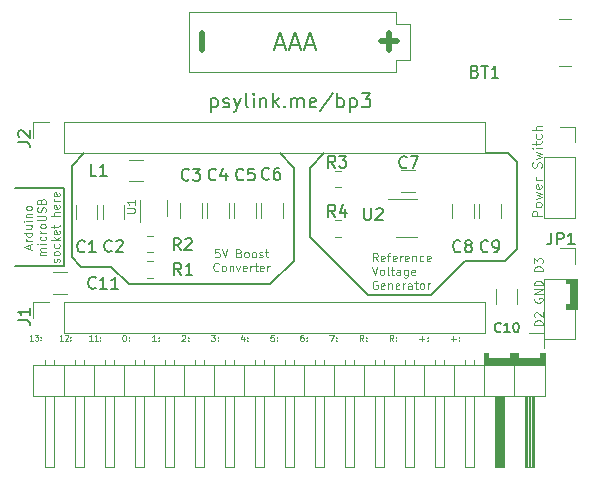
<source format=gbr>
G04 #@! TF.GenerationSoftware,KiCad,Pcbnew,5.1.5+dfsg1-2build2*
G04 #@! TF.CreationDate,2021-06-16T02:42:27+02:00*
G04 #@! TF.ProjectId,circuit9,63697263-7569-4743-992e-6b696361645f,rev?*
G04 #@! TF.SameCoordinates,Original*
G04 #@! TF.FileFunction,Legend,Top*
G04 #@! TF.FilePolarity,Positive*
%FSLAX46Y46*%
G04 Gerber Fmt 4.6, Leading zero omitted, Abs format (unit mm)*
G04 Created by KiCad (PCBNEW 5.1.5+dfsg1-2build2) date 2021-06-16 02:42:27*
%MOMM*%
%LPD*%
G04 APERTURE LIST*
%ADD10C,0.120000*%
%ADD11C,0.150000*%
%ADD12C,0.080000*%
%ADD13C,0.100000*%
%ADD14C,0.200000*%
%ADD15C,0.500000*%
%ADD16O,1.700000X1.700000*%
%ADD17R,1.700000X1.700000*%
%ADD18R,6.000000X3.000000*%
%ADD19R,0.400000X0.900000*%
%ADD20R,1.060000X0.650000*%
G04 APERTURE END LIST*
D10*
X67773504Y-41858723D02*
X66973504Y-41858723D01*
X66973504Y-41553961D01*
X67011600Y-41477771D01*
X67049695Y-41439676D01*
X67125885Y-41401580D01*
X67240171Y-41401580D01*
X67316361Y-41439676D01*
X67354457Y-41477771D01*
X67392552Y-41553961D01*
X67392552Y-41858723D01*
X67773504Y-40944438D02*
X67735409Y-41020628D01*
X67697314Y-41058723D01*
X67621123Y-41096819D01*
X67392552Y-41096819D01*
X67316361Y-41058723D01*
X67278266Y-41020628D01*
X67240171Y-40944438D01*
X67240171Y-40830152D01*
X67278266Y-40753961D01*
X67316361Y-40715866D01*
X67392552Y-40677771D01*
X67621123Y-40677771D01*
X67697314Y-40715866D01*
X67735409Y-40753961D01*
X67773504Y-40830152D01*
X67773504Y-40944438D01*
X67240171Y-40411104D02*
X67773504Y-40258723D01*
X67392552Y-40106342D01*
X67773504Y-39953961D01*
X67240171Y-39801580D01*
X67735409Y-39192057D02*
X67773504Y-39268247D01*
X67773504Y-39420628D01*
X67735409Y-39496819D01*
X67659219Y-39534914D01*
X67354457Y-39534914D01*
X67278266Y-39496819D01*
X67240171Y-39420628D01*
X67240171Y-39268247D01*
X67278266Y-39192057D01*
X67354457Y-39153961D01*
X67430647Y-39153961D01*
X67506838Y-39534914D01*
X67773504Y-38811104D02*
X67240171Y-38811104D01*
X67392552Y-38811104D02*
X67316361Y-38773009D01*
X67278266Y-38734914D01*
X67240171Y-38658723D01*
X67240171Y-38582533D01*
X67735409Y-37744438D02*
X67773504Y-37630152D01*
X67773504Y-37439676D01*
X67735409Y-37363485D01*
X67697314Y-37325390D01*
X67621123Y-37287295D01*
X67544933Y-37287295D01*
X67468742Y-37325390D01*
X67430647Y-37363485D01*
X67392552Y-37439676D01*
X67354457Y-37592057D01*
X67316361Y-37668247D01*
X67278266Y-37706342D01*
X67202076Y-37744438D01*
X67125885Y-37744438D01*
X67049695Y-37706342D01*
X67011600Y-37668247D01*
X66973504Y-37592057D01*
X66973504Y-37401580D01*
X67011600Y-37287295D01*
X67240171Y-37020628D02*
X67773504Y-36868247D01*
X67392552Y-36715866D01*
X67773504Y-36563485D01*
X67240171Y-36411104D01*
X67773504Y-36106342D02*
X67240171Y-36106342D01*
X66973504Y-36106342D02*
X67011600Y-36144438D01*
X67049695Y-36106342D01*
X67011600Y-36068247D01*
X66973504Y-36106342D01*
X67049695Y-36106342D01*
X67240171Y-35839676D02*
X67240171Y-35534914D01*
X66973504Y-35725390D02*
X67659219Y-35725390D01*
X67735409Y-35687295D01*
X67773504Y-35611104D01*
X67773504Y-35534914D01*
X67735409Y-34925390D02*
X67773504Y-35001580D01*
X67773504Y-35153961D01*
X67735409Y-35230152D01*
X67697314Y-35268247D01*
X67621123Y-35306342D01*
X67392552Y-35306342D01*
X67316361Y-35268247D01*
X67278266Y-35230152D01*
X67240171Y-35153961D01*
X67240171Y-35001580D01*
X67278266Y-34925390D01*
X67773504Y-34582533D02*
X66973504Y-34582533D01*
X67773504Y-34239676D02*
X67354457Y-34239676D01*
X67278266Y-34277771D01*
X67240171Y-34353961D01*
X67240171Y-34468247D01*
X67278266Y-34544438D01*
X67316361Y-34582533D01*
D11*
X48158400Y-37744400D02*
X49352200Y-36550600D01*
X48158400Y-43637200D02*
X48158400Y-37744400D01*
X50850800Y-46329600D02*
X48158400Y-43637200D01*
X53060600Y-48539400D02*
X50850800Y-46329600D01*
X56565800Y-48539400D02*
X53060600Y-48539400D01*
X27965400Y-37592000D02*
X29006800Y-36550600D01*
X27965400Y-45313600D02*
X27965400Y-37592000D01*
X28778200Y-46126400D02*
X27965400Y-45313600D01*
X31318200Y-46126400D02*
X28778200Y-46126400D01*
X32816800Y-47625000D02*
X31318200Y-46126400D01*
X36728400Y-47625000D02*
X32816800Y-47625000D01*
X44780200Y-47625000D02*
X36728400Y-47625000D01*
X46761400Y-45643800D02*
X44780200Y-47625000D01*
X46761400Y-37744400D02*
X46761400Y-45643800D01*
X45567600Y-36550600D02*
X46761400Y-37744400D01*
X64871600Y-36525200D02*
X62941200Y-36525200D01*
X65659000Y-37312600D02*
X64871600Y-36525200D01*
X65659000Y-44653200D02*
X65659000Y-37312600D01*
X64617600Y-45694600D02*
X65659000Y-44653200D01*
X61239400Y-45694600D02*
X64617600Y-45694600D01*
X58394600Y-48539400D02*
X61239400Y-45694600D01*
X56565800Y-48539400D02*
X58394600Y-48539400D01*
D12*
X24688685Y-52397790D02*
X24422971Y-52397790D01*
X24555828Y-52397790D02*
X24555828Y-51897790D01*
X24511542Y-51969219D01*
X24467257Y-52016838D01*
X24422971Y-52040647D01*
X24843685Y-51897790D02*
X25131542Y-51897790D01*
X24976542Y-52088266D01*
X25042971Y-52088266D01*
X25087257Y-52112076D01*
X25109400Y-52135885D01*
X25131542Y-52183504D01*
X25131542Y-52302552D01*
X25109400Y-52350171D01*
X25087257Y-52373980D01*
X25042971Y-52397790D01*
X24910114Y-52397790D01*
X24865828Y-52373980D01*
X24843685Y-52350171D01*
X25330828Y-52350171D02*
X25352971Y-52373980D01*
X25330828Y-52397790D01*
X25308685Y-52373980D01*
X25330828Y-52350171D01*
X25330828Y-52397790D01*
X25330828Y-52088266D02*
X25352971Y-52112076D01*
X25330828Y-52135885D01*
X25308685Y-52112076D01*
X25330828Y-52088266D01*
X25330828Y-52135885D01*
X27212971Y-52397790D02*
X26947257Y-52397790D01*
X27080114Y-52397790D02*
X27080114Y-51897790D01*
X27035828Y-51969219D01*
X26991542Y-52016838D01*
X26947257Y-52040647D01*
X27390114Y-51945409D02*
X27412257Y-51921600D01*
X27456542Y-51897790D01*
X27567257Y-51897790D01*
X27611542Y-51921600D01*
X27633685Y-51945409D01*
X27655828Y-51993028D01*
X27655828Y-52040647D01*
X27633685Y-52112076D01*
X27367971Y-52397790D01*
X27655828Y-52397790D01*
X27855114Y-52350171D02*
X27877257Y-52373980D01*
X27855114Y-52397790D01*
X27832971Y-52373980D01*
X27855114Y-52350171D01*
X27855114Y-52397790D01*
X27855114Y-52088266D02*
X27877257Y-52112076D01*
X27855114Y-52135885D01*
X27832971Y-52112076D01*
X27855114Y-52088266D01*
X27855114Y-52135885D01*
X29737257Y-52397790D02*
X29471542Y-52397790D01*
X29604400Y-52397790D02*
X29604400Y-51897790D01*
X29560114Y-51969219D01*
X29515828Y-52016838D01*
X29471542Y-52040647D01*
X30180114Y-52397790D02*
X29914400Y-52397790D01*
X30047257Y-52397790D02*
X30047257Y-51897790D01*
X30002971Y-51969219D01*
X29958685Y-52016838D01*
X29914400Y-52040647D01*
X30379400Y-52350171D02*
X30401542Y-52373980D01*
X30379400Y-52397790D01*
X30357257Y-52373980D01*
X30379400Y-52350171D01*
X30379400Y-52397790D01*
X30379400Y-52088266D02*
X30401542Y-52112076D01*
X30379400Y-52135885D01*
X30357257Y-52112076D01*
X30379400Y-52088266D01*
X30379400Y-52135885D01*
D13*
G36*
X64516000Y-63042800D02*
G01*
X63855600Y-63042800D01*
X63855600Y-57099200D01*
X64516000Y-57099200D01*
X64516000Y-63042800D01*
G37*
X64516000Y-63042800D02*
X63855600Y-63042800D01*
X63855600Y-57099200D01*
X64516000Y-57099200D01*
X64516000Y-63042800D01*
D10*
X53883066Y-45679466D02*
X53649733Y-45346133D01*
X53483066Y-45679466D02*
X53483066Y-44979466D01*
X53749733Y-44979466D01*
X53816400Y-45012800D01*
X53849733Y-45046133D01*
X53883066Y-45112800D01*
X53883066Y-45212800D01*
X53849733Y-45279466D01*
X53816400Y-45312800D01*
X53749733Y-45346133D01*
X53483066Y-45346133D01*
X54449733Y-45646133D02*
X54383066Y-45679466D01*
X54249733Y-45679466D01*
X54183066Y-45646133D01*
X54149733Y-45579466D01*
X54149733Y-45312800D01*
X54183066Y-45246133D01*
X54249733Y-45212800D01*
X54383066Y-45212800D01*
X54449733Y-45246133D01*
X54483066Y-45312800D01*
X54483066Y-45379466D01*
X54149733Y-45446133D01*
X54683066Y-45212800D02*
X54949733Y-45212800D01*
X54783066Y-45679466D02*
X54783066Y-45079466D01*
X54816400Y-45012800D01*
X54883066Y-44979466D01*
X54949733Y-44979466D01*
X55449733Y-45646133D02*
X55383066Y-45679466D01*
X55249733Y-45679466D01*
X55183066Y-45646133D01*
X55149733Y-45579466D01*
X55149733Y-45312800D01*
X55183066Y-45246133D01*
X55249733Y-45212800D01*
X55383066Y-45212800D01*
X55449733Y-45246133D01*
X55483066Y-45312800D01*
X55483066Y-45379466D01*
X55149733Y-45446133D01*
X55783066Y-45679466D02*
X55783066Y-45212800D01*
X55783066Y-45346133D02*
X55816400Y-45279466D01*
X55849733Y-45246133D01*
X55916400Y-45212800D01*
X55983066Y-45212800D01*
X56483066Y-45646133D02*
X56416400Y-45679466D01*
X56283066Y-45679466D01*
X56216400Y-45646133D01*
X56183066Y-45579466D01*
X56183066Y-45312800D01*
X56216400Y-45246133D01*
X56283066Y-45212800D01*
X56416400Y-45212800D01*
X56483066Y-45246133D01*
X56516400Y-45312800D01*
X56516400Y-45379466D01*
X56183066Y-45446133D01*
X56816400Y-45212800D02*
X56816400Y-45679466D01*
X56816400Y-45279466D02*
X56849733Y-45246133D01*
X56916400Y-45212800D01*
X57016400Y-45212800D01*
X57083066Y-45246133D01*
X57116400Y-45312800D01*
X57116400Y-45679466D01*
X57749733Y-45646133D02*
X57683066Y-45679466D01*
X57549733Y-45679466D01*
X57483066Y-45646133D01*
X57449733Y-45612800D01*
X57416400Y-45546133D01*
X57416400Y-45346133D01*
X57449733Y-45279466D01*
X57483066Y-45246133D01*
X57549733Y-45212800D01*
X57683066Y-45212800D01*
X57749733Y-45246133D01*
X58316400Y-45646133D02*
X58249733Y-45679466D01*
X58116400Y-45679466D01*
X58049733Y-45646133D01*
X58016400Y-45579466D01*
X58016400Y-45312800D01*
X58049733Y-45246133D01*
X58116400Y-45212800D01*
X58249733Y-45212800D01*
X58316400Y-45246133D01*
X58349733Y-45312800D01*
X58349733Y-45379466D01*
X58016400Y-45446133D01*
X53383066Y-46149466D02*
X53616400Y-46849466D01*
X53849733Y-46149466D01*
X54183066Y-46849466D02*
X54116400Y-46816133D01*
X54083066Y-46782800D01*
X54049733Y-46716133D01*
X54049733Y-46516133D01*
X54083066Y-46449466D01*
X54116400Y-46416133D01*
X54183066Y-46382800D01*
X54283066Y-46382800D01*
X54349733Y-46416133D01*
X54383066Y-46449466D01*
X54416400Y-46516133D01*
X54416400Y-46716133D01*
X54383066Y-46782800D01*
X54349733Y-46816133D01*
X54283066Y-46849466D01*
X54183066Y-46849466D01*
X54816400Y-46849466D02*
X54749733Y-46816133D01*
X54716400Y-46749466D01*
X54716400Y-46149466D01*
X54983066Y-46382800D02*
X55249733Y-46382800D01*
X55083066Y-46149466D02*
X55083066Y-46749466D01*
X55116400Y-46816133D01*
X55183066Y-46849466D01*
X55249733Y-46849466D01*
X55783066Y-46849466D02*
X55783066Y-46482800D01*
X55749733Y-46416133D01*
X55683066Y-46382800D01*
X55549733Y-46382800D01*
X55483066Y-46416133D01*
X55783066Y-46816133D02*
X55716400Y-46849466D01*
X55549733Y-46849466D01*
X55483066Y-46816133D01*
X55449733Y-46749466D01*
X55449733Y-46682800D01*
X55483066Y-46616133D01*
X55549733Y-46582800D01*
X55716400Y-46582800D01*
X55783066Y-46549466D01*
X56416400Y-46382800D02*
X56416400Y-46949466D01*
X56383066Y-47016133D01*
X56349733Y-47049466D01*
X56283066Y-47082800D01*
X56183066Y-47082800D01*
X56116400Y-47049466D01*
X56416400Y-46816133D02*
X56349733Y-46849466D01*
X56216400Y-46849466D01*
X56149733Y-46816133D01*
X56116400Y-46782800D01*
X56083066Y-46716133D01*
X56083066Y-46516133D01*
X56116400Y-46449466D01*
X56149733Y-46416133D01*
X56216400Y-46382800D01*
X56349733Y-46382800D01*
X56416400Y-46416133D01*
X57016400Y-46816133D02*
X56949733Y-46849466D01*
X56816400Y-46849466D01*
X56749733Y-46816133D01*
X56716400Y-46749466D01*
X56716400Y-46482800D01*
X56749733Y-46416133D01*
X56816400Y-46382800D01*
X56949733Y-46382800D01*
X57016400Y-46416133D01*
X57049733Y-46482800D01*
X57049733Y-46549466D01*
X56716400Y-46616133D01*
X53849733Y-47352800D02*
X53783066Y-47319466D01*
X53683066Y-47319466D01*
X53583066Y-47352800D01*
X53516400Y-47419466D01*
X53483066Y-47486133D01*
X53449733Y-47619466D01*
X53449733Y-47719466D01*
X53483066Y-47852800D01*
X53516400Y-47919466D01*
X53583066Y-47986133D01*
X53683066Y-48019466D01*
X53749733Y-48019466D01*
X53849733Y-47986133D01*
X53883066Y-47952800D01*
X53883066Y-47719466D01*
X53749733Y-47719466D01*
X54449733Y-47986133D02*
X54383066Y-48019466D01*
X54249733Y-48019466D01*
X54183066Y-47986133D01*
X54149733Y-47919466D01*
X54149733Y-47652800D01*
X54183066Y-47586133D01*
X54249733Y-47552800D01*
X54383066Y-47552800D01*
X54449733Y-47586133D01*
X54483066Y-47652800D01*
X54483066Y-47719466D01*
X54149733Y-47786133D01*
X54783066Y-47552800D02*
X54783066Y-48019466D01*
X54783066Y-47619466D02*
X54816400Y-47586133D01*
X54883066Y-47552800D01*
X54983066Y-47552800D01*
X55049733Y-47586133D01*
X55083066Y-47652800D01*
X55083066Y-48019466D01*
X55683066Y-47986133D02*
X55616400Y-48019466D01*
X55483066Y-48019466D01*
X55416400Y-47986133D01*
X55383066Y-47919466D01*
X55383066Y-47652800D01*
X55416400Y-47586133D01*
X55483066Y-47552800D01*
X55616400Y-47552800D01*
X55683066Y-47586133D01*
X55716400Y-47652800D01*
X55716400Y-47719466D01*
X55383066Y-47786133D01*
X56016400Y-48019466D02*
X56016400Y-47552800D01*
X56016400Y-47686133D02*
X56049733Y-47619466D01*
X56083066Y-47586133D01*
X56149733Y-47552800D01*
X56216400Y-47552800D01*
X56749733Y-48019466D02*
X56749733Y-47652800D01*
X56716400Y-47586133D01*
X56649733Y-47552800D01*
X56516400Y-47552800D01*
X56449733Y-47586133D01*
X56749733Y-47986133D02*
X56683066Y-48019466D01*
X56516400Y-48019466D01*
X56449733Y-47986133D01*
X56416400Y-47919466D01*
X56416400Y-47852800D01*
X56449733Y-47786133D01*
X56516400Y-47752800D01*
X56683066Y-47752800D01*
X56749733Y-47719466D01*
X56983066Y-47552800D02*
X57249733Y-47552800D01*
X57083066Y-47319466D02*
X57083066Y-47919466D01*
X57116400Y-47986133D01*
X57183066Y-48019466D01*
X57249733Y-48019466D01*
X57583066Y-48019466D02*
X57516400Y-47986133D01*
X57483066Y-47952800D01*
X57449733Y-47886133D01*
X57449733Y-47686133D01*
X57483066Y-47619466D01*
X57516400Y-47586133D01*
X57583066Y-47552800D01*
X57683066Y-47552800D01*
X57749733Y-47586133D01*
X57783066Y-47619466D01*
X57816400Y-47686133D01*
X57816400Y-47886133D01*
X57783066Y-47952800D01*
X57749733Y-47986133D01*
X57683066Y-48019466D01*
X57583066Y-48019466D01*
X58116400Y-48019466D02*
X58116400Y-47552800D01*
X58116400Y-47686133D02*
X58149733Y-47619466D01*
X58183066Y-47586133D01*
X58249733Y-47552800D01*
X58316400Y-47552800D01*
X67829866Y-51060000D02*
X67129866Y-51060000D01*
X67129866Y-50893333D01*
X67163200Y-50793333D01*
X67229866Y-50726666D01*
X67296533Y-50693333D01*
X67429866Y-50660000D01*
X67529866Y-50660000D01*
X67663200Y-50693333D01*
X67729866Y-50726666D01*
X67796533Y-50793333D01*
X67829866Y-50893333D01*
X67829866Y-51060000D01*
X67196533Y-50393333D02*
X67163200Y-50360000D01*
X67129866Y-50293333D01*
X67129866Y-50126666D01*
X67163200Y-50060000D01*
X67196533Y-50026666D01*
X67263200Y-49993333D01*
X67329866Y-49993333D01*
X67429866Y-50026666D01*
X67829866Y-50426666D01*
X67829866Y-49993333D01*
X67163200Y-48793333D02*
X67129866Y-48860000D01*
X67129866Y-48960000D01*
X67163200Y-49060000D01*
X67229866Y-49126666D01*
X67296533Y-49160000D01*
X67429866Y-49193333D01*
X67529866Y-49193333D01*
X67663200Y-49160000D01*
X67729866Y-49126666D01*
X67796533Y-49060000D01*
X67829866Y-48960000D01*
X67829866Y-48893333D01*
X67796533Y-48793333D01*
X67763200Y-48760000D01*
X67529866Y-48760000D01*
X67529866Y-48893333D01*
X67829866Y-48460000D02*
X67129866Y-48460000D01*
X67829866Y-48060000D01*
X67129866Y-48060000D01*
X67829866Y-47726666D02*
X67129866Y-47726666D01*
X67129866Y-47560000D01*
X67163200Y-47460000D01*
X67229866Y-47393333D01*
X67296533Y-47360000D01*
X67429866Y-47326666D01*
X67529866Y-47326666D01*
X67663200Y-47360000D01*
X67729866Y-47393333D01*
X67796533Y-47460000D01*
X67829866Y-47560000D01*
X67829866Y-47726666D01*
X67829866Y-46493333D02*
X67129866Y-46493333D01*
X67129866Y-46326666D01*
X67163200Y-46226666D01*
X67229866Y-46160000D01*
X67296533Y-46126666D01*
X67429866Y-46093333D01*
X67529866Y-46093333D01*
X67663200Y-46126666D01*
X67729866Y-46160000D01*
X67796533Y-46226666D01*
X67829866Y-46326666D01*
X67829866Y-46493333D01*
X67129866Y-45860000D02*
X67129866Y-45426666D01*
X67396533Y-45660000D01*
X67396533Y-45560000D01*
X67429866Y-45493333D01*
X67463200Y-45460000D01*
X67529866Y-45426666D01*
X67696533Y-45426666D01*
X67763200Y-45460000D01*
X67796533Y-45493333D01*
X67829866Y-45560000D01*
X67829866Y-45760000D01*
X67796533Y-45826666D01*
X67763200Y-45860000D01*
X24397466Y-44615666D02*
X24397466Y-44282333D01*
X24597466Y-44682333D02*
X23897466Y-44449000D01*
X24597466Y-44215666D01*
X24597466Y-43982333D02*
X24130800Y-43982333D01*
X24264133Y-43982333D02*
X24197466Y-43949000D01*
X24164133Y-43915666D01*
X24130800Y-43849000D01*
X24130800Y-43782333D01*
X24597466Y-43249000D02*
X23897466Y-43249000D01*
X24564133Y-43249000D02*
X24597466Y-43315666D01*
X24597466Y-43449000D01*
X24564133Y-43515666D01*
X24530800Y-43549000D01*
X24464133Y-43582333D01*
X24264133Y-43582333D01*
X24197466Y-43549000D01*
X24164133Y-43515666D01*
X24130800Y-43449000D01*
X24130800Y-43315666D01*
X24164133Y-43249000D01*
X24130800Y-42615666D02*
X24597466Y-42615666D01*
X24130800Y-42915666D02*
X24497466Y-42915666D01*
X24564133Y-42882333D01*
X24597466Y-42815666D01*
X24597466Y-42715666D01*
X24564133Y-42649000D01*
X24530800Y-42615666D01*
X24597466Y-42282333D02*
X24130800Y-42282333D01*
X23897466Y-42282333D02*
X23930800Y-42315666D01*
X23964133Y-42282333D01*
X23930800Y-42249000D01*
X23897466Y-42282333D01*
X23964133Y-42282333D01*
X24130800Y-41949000D02*
X24597466Y-41949000D01*
X24197466Y-41949000D02*
X24164133Y-41915666D01*
X24130800Y-41849000D01*
X24130800Y-41749000D01*
X24164133Y-41682333D01*
X24230800Y-41649000D01*
X24597466Y-41649000D01*
X24597466Y-41215666D02*
X24564133Y-41282333D01*
X24530800Y-41315666D01*
X24464133Y-41349000D01*
X24264133Y-41349000D01*
X24197466Y-41315666D01*
X24164133Y-41282333D01*
X24130800Y-41215666D01*
X24130800Y-41115666D01*
X24164133Y-41049000D01*
X24197466Y-41015666D01*
X24264133Y-40982333D01*
X24464133Y-40982333D01*
X24530800Y-41015666D01*
X24564133Y-41049000D01*
X24597466Y-41115666D01*
X24597466Y-41215666D01*
X25767466Y-45149000D02*
X25300800Y-45149000D01*
X25367466Y-45149000D02*
X25334133Y-45115666D01*
X25300800Y-45049000D01*
X25300800Y-44949000D01*
X25334133Y-44882333D01*
X25400800Y-44849000D01*
X25767466Y-44849000D01*
X25400800Y-44849000D02*
X25334133Y-44815666D01*
X25300800Y-44749000D01*
X25300800Y-44649000D01*
X25334133Y-44582333D01*
X25400800Y-44549000D01*
X25767466Y-44549000D01*
X25767466Y-44215666D02*
X25300800Y-44215666D01*
X25067466Y-44215666D02*
X25100800Y-44249000D01*
X25134133Y-44215666D01*
X25100800Y-44182333D01*
X25067466Y-44215666D01*
X25134133Y-44215666D01*
X25734133Y-43582333D02*
X25767466Y-43649000D01*
X25767466Y-43782333D01*
X25734133Y-43849000D01*
X25700800Y-43882333D01*
X25634133Y-43915666D01*
X25434133Y-43915666D01*
X25367466Y-43882333D01*
X25334133Y-43849000D01*
X25300800Y-43782333D01*
X25300800Y-43649000D01*
X25334133Y-43582333D01*
X25767466Y-43282333D02*
X25300800Y-43282333D01*
X25434133Y-43282333D02*
X25367466Y-43249000D01*
X25334133Y-43215666D01*
X25300800Y-43149000D01*
X25300800Y-43082333D01*
X25767466Y-42749000D02*
X25734133Y-42815666D01*
X25700800Y-42849000D01*
X25634133Y-42882333D01*
X25434133Y-42882333D01*
X25367466Y-42849000D01*
X25334133Y-42815666D01*
X25300800Y-42749000D01*
X25300800Y-42649000D01*
X25334133Y-42582333D01*
X25367466Y-42549000D01*
X25434133Y-42515666D01*
X25634133Y-42515666D01*
X25700800Y-42549000D01*
X25734133Y-42582333D01*
X25767466Y-42649000D01*
X25767466Y-42749000D01*
X25067466Y-42215666D02*
X25634133Y-42215666D01*
X25700800Y-42182333D01*
X25734133Y-42149000D01*
X25767466Y-42082333D01*
X25767466Y-41949000D01*
X25734133Y-41882333D01*
X25700800Y-41849000D01*
X25634133Y-41815666D01*
X25067466Y-41815666D01*
X25734133Y-41515666D02*
X25767466Y-41415666D01*
X25767466Y-41249000D01*
X25734133Y-41182333D01*
X25700800Y-41149000D01*
X25634133Y-41115666D01*
X25567466Y-41115666D01*
X25500800Y-41149000D01*
X25467466Y-41182333D01*
X25434133Y-41249000D01*
X25400800Y-41382333D01*
X25367466Y-41449000D01*
X25334133Y-41482333D01*
X25267466Y-41515666D01*
X25200800Y-41515666D01*
X25134133Y-41482333D01*
X25100800Y-41449000D01*
X25067466Y-41382333D01*
X25067466Y-41215666D01*
X25100800Y-41115666D01*
X25400800Y-40582333D02*
X25434133Y-40482333D01*
X25467466Y-40449000D01*
X25534133Y-40415666D01*
X25634133Y-40415666D01*
X25700800Y-40449000D01*
X25734133Y-40482333D01*
X25767466Y-40549000D01*
X25767466Y-40815666D01*
X25067466Y-40815666D01*
X25067466Y-40582333D01*
X25100800Y-40515666D01*
X25134133Y-40482333D01*
X25200800Y-40449000D01*
X25267466Y-40449000D01*
X25334133Y-40482333D01*
X25367466Y-40515666D01*
X25400800Y-40582333D01*
X25400800Y-40815666D01*
X26904133Y-45749000D02*
X26937466Y-45682333D01*
X26937466Y-45549000D01*
X26904133Y-45482333D01*
X26837466Y-45449000D01*
X26804133Y-45449000D01*
X26737466Y-45482333D01*
X26704133Y-45549000D01*
X26704133Y-45649000D01*
X26670800Y-45715666D01*
X26604133Y-45749000D01*
X26570800Y-45749000D01*
X26504133Y-45715666D01*
X26470800Y-45649000D01*
X26470800Y-45549000D01*
X26504133Y-45482333D01*
X26937466Y-45049000D02*
X26904133Y-45115666D01*
X26870800Y-45149000D01*
X26804133Y-45182333D01*
X26604133Y-45182333D01*
X26537466Y-45149000D01*
X26504133Y-45115666D01*
X26470800Y-45049000D01*
X26470800Y-44949000D01*
X26504133Y-44882333D01*
X26537466Y-44849000D01*
X26604133Y-44815666D01*
X26804133Y-44815666D01*
X26870800Y-44849000D01*
X26904133Y-44882333D01*
X26937466Y-44949000D01*
X26937466Y-45049000D01*
X26904133Y-44215666D02*
X26937466Y-44282333D01*
X26937466Y-44415666D01*
X26904133Y-44482333D01*
X26870800Y-44515666D01*
X26804133Y-44549000D01*
X26604133Y-44549000D01*
X26537466Y-44515666D01*
X26504133Y-44482333D01*
X26470800Y-44415666D01*
X26470800Y-44282333D01*
X26504133Y-44215666D01*
X26937466Y-43915666D02*
X26237466Y-43915666D01*
X26670800Y-43849000D02*
X26937466Y-43649000D01*
X26470800Y-43649000D02*
X26737466Y-43915666D01*
X26904133Y-43082333D02*
X26937466Y-43149000D01*
X26937466Y-43282333D01*
X26904133Y-43349000D01*
X26837466Y-43382333D01*
X26570800Y-43382333D01*
X26504133Y-43349000D01*
X26470800Y-43282333D01*
X26470800Y-43149000D01*
X26504133Y-43082333D01*
X26570800Y-43049000D01*
X26637466Y-43049000D01*
X26704133Y-43382333D01*
X26470800Y-42849000D02*
X26470800Y-42582333D01*
X26237466Y-42749000D02*
X26837466Y-42749000D01*
X26904133Y-42715666D01*
X26937466Y-42649000D01*
X26937466Y-42582333D01*
X26937466Y-41815666D02*
X26237466Y-41815666D01*
X26937466Y-41515666D02*
X26570800Y-41515666D01*
X26504133Y-41549000D01*
X26470800Y-41615666D01*
X26470800Y-41715666D01*
X26504133Y-41782333D01*
X26537466Y-41815666D01*
X26904133Y-40915666D02*
X26937466Y-40982333D01*
X26937466Y-41115666D01*
X26904133Y-41182333D01*
X26837466Y-41215666D01*
X26570800Y-41215666D01*
X26504133Y-41182333D01*
X26470800Y-41115666D01*
X26470800Y-40982333D01*
X26504133Y-40915666D01*
X26570800Y-40882333D01*
X26637466Y-40882333D01*
X26704133Y-41215666D01*
X26937466Y-40582333D02*
X26470800Y-40582333D01*
X26604133Y-40582333D02*
X26537466Y-40549000D01*
X26504133Y-40515666D01*
X26470800Y-40449000D01*
X26470800Y-40382333D01*
X26904133Y-39882333D02*
X26937466Y-39949000D01*
X26937466Y-40082333D01*
X26904133Y-40149000D01*
X26837466Y-40182333D01*
X26570800Y-40182333D01*
X26504133Y-40149000D01*
X26470800Y-40082333D01*
X26470800Y-39949000D01*
X26504133Y-39882333D01*
X26570800Y-39849000D01*
X26637466Y-39849000D01*
X26704133Y-40182333D01*
D13*
G36*
X70713600Y-49745900D02*
G01*
X69799200Y-49745900D01*
X69799200Y-49276000D01*
X70167500Y-49276000D01*
X70180200Y-47536100D01*
X69796660Y-47536100D01*
X69796660Y-47142400D01*
X70713600Y-47142400D01*
X70713600Y-49745900D01*
G37*
X70713600Y-49745900D02*
X69799200Y-49745900D01*
X69799200Y-49276000D01*
X70167500Y-49276000D01*
X70180200Y-47536100D01*
X69796660Y-47536100D01*
X69796660Y-47142400D01*
X70713600Y-47142400D01*
X70713600Y-49745900D01*
D11*
X27355800Y-46050200D02*
X23164800Y-46050200D01*
X27355800Y-39446200D02*
X27355800Y-46050200D01*
X23164800Y-39446200D02*
X27355800Y-39446200D01*
D14*
X45245542Y-27326400D02*
X45959828Y-27326400D01*
X45102685Y-27754971D02*
X45602685Y-26254971D01*
X46102685Y-27754971D01*
X46531257Y-27326400D02*
X47245542Y-27326400D01*
X46388400Y-27754971D02*
X46888400Y-26254971D01*
X47388400Y-27754971D01*
X47816971Y-27326400D02*
X48531257Y-27326400D01*
X47674114Y-27754971D02*
X48174114Y-26254971D01*
X48674114Y-27754971D01*
D12*
X32397600Y-51923190D02*
X32450933Y-51923190D01*
X32504266Y-51947000D01*
X32530933Y-51970809D01*
X32557600Y-52018428D01*
X32584266Y-52113666D01*
X32584266Y-52232714D01*
X32557600Y-52327952D01*
X32530933Y-52375571D01*
X32504266Y-52399380D01*
X32450933Y-52423190D01*
X32397600Y-52423190D01*
X32344266Y-52399380D01*
X32317600Y-52375571D01*
X32290933Y-52327952D01*
X32264266Y-52232714D01*
X32264266Y-52113666D01*
X32290933Y-52018428D01*
X32317600Y-51970809D01*
X32344266Y-51947000D01*
X32397600Y-51923190D01*
X32824266Y-52375571D02*
X32850933Y-52399380D01*
X32824266Y-52423190D01*
X32797600Y-52399380D01*
X32824266Y-52375571D01*
X32824266Y-52423190D01*
X32824266Y-52113666D02*
X32850933Y-52137476D01*
X32824266Y-52161285D01*
X32797600Y-52137476D01*
X32824266Y-52113666D01*
X32824266Y-52161285D01*
X35090933Y-52423190D02*
X34770933Y-52423190D01*
X34930933Y-52423190D02*
X34930933Y-51923190D01*
X34877600Y-51994619D01*
X34824266Y-52042238D01*
X34770933Y-52066047D01*
X35330933Y-52375571D02*
X35357600Y-52399380D01*
X35330933Y-52423190D01*
X35304266Y-52399380D01*
X35330933Y-52375571D01*
X35330933Y-52423190D01*
X35330933Y-52113666D02*
X35357600Y-52137476D01*
X35330933Y-52161285D01*
X35304266Y-52137476D01*
X35330933Y-52113666D01*
X35330933Y-52161285D01*
X37277600Y-51970809D02*
X37304266Y-51947000D01*
X37357600Y-51923190D01*
X37490933Y-51923190D01*
X37544266Y-51947000D01*
X37570933Y-51970809D01*
X37597600Y-52018428D01*
X37597600Y-52066047D01*
X37570933Y-52137476D01*
X37250933Y-52423190D01*
X37597600Y-52423190D01*
X37837600Y-52375571D02*
X37864266Y-52399380D01*
X37837600Y-52423190D01*
X37810933Y-52399380D01*
X37837600Y-52375571D01*
X37837600Y-52423190D01*
X37837600Y-52113666D02*
X37864266Y-52137476D01*
X37837600Y-52161285D01*
X37810933Y-52137476D01*
X37837600Y-52113666D01*
X37837600Y-52161285D01*
X39757600Y-51923190D02*
X40104266Y-51923190D01*
X39917600Y-52113666D01*
X39997600Y-52113666D01*
X40050933Y-52137476D01*
X40077600Y-52161285D01*
X40104266Y-52208904D01*
X40104266Y-52327952D01*
X40077600Y-52375571D01*
X40050933Y-52399380D01*
X39997600Y-52423190D01*
X39837600Y-52423190D01*
X39784266Y-52399380D01*
X39757600Y-52375571D01*
X40344266Y-52375571D02*
X40370933Y-52399380D01*
X40344266Y-52423190D01*
X40317600Y-52399380D01*
X40344266Y-52375571D01*
X40344266Y-52423190D01*
X40344266Y-52113666D02*
X40370933Y-52137476D01*
X40344266Y-52161285D01*
X40317600Y-52137476D01*
X40344266Y-52113666D01*
X40344266Y-52161285D01*
X42557600Y-52089857D02*
X42557600Y-52423190D01*
X42424266Y-51899380D02*
X42290933Y-52256523D01*
X42637600Y-52256523D01*
X42850933Y-52375571D02*
X42877600Y-52399380D01*
X42850933Y-52423190D01*
X42824266Y-52399380D01*
X42850933Y-52375571D01*
X42850933Y-52423190D01*
X42850933Y-52113666D02*
X42877600Y-52137476D01*
X42850933Y-52161285D01*
X42824266Y-52137476D01*
X42850933Y-52113666D01*
X42850933Y-52161285D01*
X45090933Y-51923190D02*
X44824266Y-51923190D01*
X44797599Y-52161285D01*
X44824266Y-52137476D01*
X44877599Y-52113666D01*
X45010933Y-52113666D01*
X45064266Y-52137476D01*
X45090933Y-52161285D01*
X45117599Y-52208904D01*
X45117599Y-52327952D01*
X45090933Y-52375571D01*
X45064266Y-52399380D01*
X45010933Y-52423190D01*
X44877599Y-52423190D01*
X44824266Y-52399380D01*
X44797599Y-52375571D01*
X45357600Y-52375571D02*
X45384266Y-52399380D01*
X45357600Y-52423190D01*
X45330933Y-52399380D01*
X45357600Y-52375571D01*
X45357600Y-52423190D01*
X45357600Y-52113666D02*
X45384266Y-52137476D01*
X45357600Y-52161285D01*
X45330933Y-52137476D01*
X45357600Y-52113666D01*
X45357600Y-52161285D01*
X47570933Y-51923190D02*
X47464266Y-51923190D01*
X47410933Y-51947000D01*
X47384266Y-51970809D01*
X47330933Y-52042238D01*
X47304266Y-52137476D01*
X47304266Y-52327952D01*
X47330933Y-52375571D01*
X47357599Y-52399380D01*
X47410933Y-52423190D01*
X47517599Y-52423190D01*
X47570933Y-52399380D01*
X47597599Y-52375571D01*
X47624266Y-52327952D01*
X47624266Y-52208904D01*
X47597599Y-52161285D01*
X47570933Y-52137476D01*
X47517599Y-52113666D01*
X47410933Y-52113666D01*
X47357599Y-52137476D01*
X47330933Y-52161285D01*
X47304266Y-52208904D01*
X47864266Y-52375571D02*
X47890933Y-52399380D01*
X47864266Y-52423190D01*
X47837599Y-52399380D01*
X47864266Y-52375571D01*
X47864266Y-52423190D01*
X47864266Y-52113666D02*
X47890933Y-52137476D01*
X47864266Y-52161285D01*
X47837599Y-52137476D01*
X47864266Y-52113666D01*
X47864266Y-52161285D01*
X49784266Y-51923190D02*
X50157599Y-51923190D01*
X49917599Y-52423190D01*
X50370933Y-52375571D02*
X50397599Y-52399380D01*
X50370933Y-52423190D01*
X50344266Y-52399380D01*
X50370933Y-52375571D01*
X50370933Y-52423190D01*
X50370933Y-52113666D02*
X50397599Y-52137476D01*
X50370933Y-52161285D01*
X50344266Y-52137476D01*
X50370933Y-52113666D01*
X50370933Y-52161285D01*
X52664266Y-52423190D02*
X52477600Y-52185095D01*
X52344266Y-52423190D02*
X52344266Y-51923190D01*
X52557600Y-51923190D01*
X52610933Y-51947000D01*
X52637600Y-51970809D01*
X52664266Y-52018428D01*
X52664266Y-52089857D01*
X52637600Y-52137476D01*
X52610933Y-52161285D01*
X52557600Y-52185095D01*
X52344266Y-52185095D01*
X52904266Y-52375571D02*
X52930933Y-52399380D01*
X52904266Y-52423190D01*
X52877600Y-52399380D01*
X52904266Y-52375571D01*
X52904266Y-52423190D01*
X52904266Y-52113666D02*
X52930933Y-52137476D01*
X52904266Y-52161285D01*
X52877600Y-52137476D01*
X52904266Y-52113666D01*
X52904266Y-52161285D01*
X55197600Y-52423190D02*
X55010933Y-52185095D01*
X54877600Y-52423190D02*
X54877600Y-51923190D01*
X55090933Y-51923190D01*
X55144266Y-51947000D01*
X55170933Y-51970809D01*
X55197600Y-52018428D01*
X55197600Y-52089857D01*
X55170933Y-52137476D01*
X55144266Y-52161285D01*
X55090933Y-52185095D01*
X54877600Y-52185095D01*
X55437600Y-52375571D02*
X55464266Y-52399380D01*
X55437600Y-52423190D01*
X55410933Y-52399380D01*
X55437600Y-52375571D01*
X55437600Y-52423190D01*
X55437600Y-52113666D02*
X55464266Y-52137476D01*
X55437600Y-52161285D01*
X55410933Y-52137476D01*
X55437600Y-52113666D01*
X55437600Y-52161285D01*
X57410933Y-52232714D02*
X57837600Y-52232714D01*
X57624266Y-52423190D02*
X57624266Y-52042238D01*
X58104266Y-52375571D02*
X58130933Y-52399380D01*
X58104266Y-52423190D01*
X58077600Y-52399380D01*
X58104266Y-52375571D01*
X58104266Y-52423190D01*
X58104266Y-52113666D02*
X58130933Y-52137476D01*
X58104266Y-52161285D01*
X58077600Y-52137476D01*
X58104266Y-52113666D01*
X58104266Y-52161285D01*
X60077600Y-52232714D02*
X60504266Y-52232714D01*
X60290933Y-52423190D02*
X60290933Y-52042238D01*
X60770933Y-52375571D02*
X60797600Y-52399380D01*
X60770933Y-52423190D01*
X60744266Y-52399380D01*
X60770933Y-52375571D01*
X60770933Y-52423190D01*
X60770933Y-52113666D02*
X60797600Y-52137476D01*
X60770933Y-52161285D01*
X60744266Y-52137476D01*
X60770933Y-52113666D01*
X60770933Y-52161285D01*
D13*
G36*
X68059300Y-54381400D02*
G01*
X62852300Y-54381400D01*
X62852300Y-53467000D01*
X63322200Y-53467000D01*
X63322200Y-53835300D01*
X65062100Y-53848000D01*
X65062100Y-53464460D01*
X65836800Y-53464460D01*
X65836800Y-53848000D01*
X67614800Y-53848000D01*
X67614800Y-53454300D01*
X68059300Y-53454300D01*
X68059300Y-54381400D01*
G37*
X68059300Y-54381400D02*
X62852300Y-54381400D01*
X62852300Y-53467000D01*
X63322200Y-53467000D01*
X63322200Y-53835300D01*
X65062100Y-53848000D01*
X65062100Y-53464460D01*
X65836800Y-53464460D01*
X65836800Y-53848000D01*
X67614800Y-53848000D01*
X67614800Y-53454300D01*
X68059300Y-53454300D01*
X68059300Y-54381400D01*
D10*
X40449733Y-44650066D02*
X40116400Y-44650066D01*
X40083066Y-44983400D01*
X40116400Y-44950066D01*
X40183066Y-44916733D01*
X40349733Y-44916733D01*
X40416400Y-44950066D01*
X40449733Y-44983400D01*
X40483066Y-45050066D01*
X40483066Y-45216733D01*
X40449733Y-45283400D01*
X40416400Y-45316733D01*
X40349733Y-45350066D01*
X40183066Y-45350066D01*
X40116400Y-45316733D01*
X40083066Y-45283400D01*
X40683066Y-44650066D02*
X40916400Y-45350066D01*
X41149733Y-44650066D01*
X42149733Y-44983400D02*
X42249733Y-45016733D01*
X42283066Y-45050066D01*
X42316400Y-45116733D01*
X42316400Y-45216733D01*
X42283066Y-45283400D01*
X42249733Y-45316733D01*
X42183066Y-45350066D01*
X41916400Y-45350066D01*
X41916400Y-44650066D01*
X42149733Y-44650066D01*
X42216400Y-44683400D01*
X42249733Y-44716733D01*
X42283066Y-44783400D01*
X42283066Y-44850066D01*
X42249733Y-44916733D01*
X42216400Y-44950066D01*
X42149733Y-44983400D01*
X41916400Y-44983400D01*
X42716400Y-45350066D02*
X42649733Y-45316733D01*
X42616400Y-45283400D01*
X42583066Y-45216733D01*
X42583066Y-45016733D01*
X42616400Y-44950066D01*
X42649733Y-44916733D01*
X42716400Y-44883400D01*
X42816400Y-44883400D01*
X42883066Y-44916733D01*
X42916400Y-44950066D01*
X42949733Y-45016733D01*
X42949733Y-45216733D01*
X42916400Y-45283400D01*
X42883066Y-45316733D01*
X42816400Y-45350066D01*
X42716400Y-45350066D01*
X43349733Y-45350066D02*
X43283066Y-45316733D01*
X43249733Y-45283400D01*
X43216400Y-45216733D01*
X43216400Y-45016733D01*
X43249733Y-44950066D01*
X43283066Y-44916733D01*
X43349733Y-44883400D01*
X43449733Y-44883400D01*
X43516400Y-44916733D01*
X43549733Y-44950066D01*
X43583066Y-45016733D01*
X43583066Y-45216733D01*
X43549733Y-45283400D01*
X43516400Y-45316733D01*
X43449733Y-45350066D01*
X43349733Y-45350066D01*
X43849733Y-45316733D02*
X43916400Y-45350066D01*
X44049733Y-45350066D01*
X44116400Y-45316733D01*
X44149733Y-45250066D01*
X44149733Y-45216733D01*
X44116400Y-45150066D01*
X44049733Y-45116733D01*
X43949733Y-45116733D01*
X43883066Y-45083400D01*
X43849733Y-45016733D01*
X43849733Y-44983400D01*
X43883066Y-44916733D01*
X43949733Y-44883400D01*
X44049733Y-44883400D01*
X44116400Y-44916733D01*
X44349733Y-44883400D02*
X44616400Y-44883400D01*
X44449733Y-44650066D02*
X44449733Y-45250066D01*
X44483066Y-45316733D01*
X44549733Y-45350066D01*
X44616400Y-45350066D01*
X40399733Y-46453400D02*
X40366400Y-46486733D01*
X40266400Y-46520066D01*
X40199733Y-46520066D01*
X40099733Y-46486733D01*
X40033066Y-46420066D01*
X39999733Y-46353400D01*
X39966400Y-46220066D01*
X39966400Y-46120066D01*
X39999733Y-45986733D01*
X40033066Y-45920066D01*
X40099733Y-45853400D01*
X40199733Y-45820066D01*
X40266400Y-45820066D01*
X40366400Y-45853400D01*
X40399733Y-45886733D01*
X40799733Y-46520066D02*
X40733066Y-46486733D01*
X40699733Y-46453400D01*
X40666400Y-46386733D01*
X40666400Y-46186733D01*
X40699733Y-46120066D01*
X40733066Y-46086733D01*
X40799733Y-46053400D01*
X40899733Y-46053400D01*
X40966400Y-46086733D01*
X40999733Y-46120066D01*
X41033066Y-46186733D01*
X41033066Y-46386733D01*
X40999733Y-46453400D01*
X40966400Y-46486733D01*
X40899733Y-46520066D01*
X40799733Y-46520066D01*
X41333066Y-46053400D02*
X41333066Y-46520066D01*
X41333066Y-46120066D02*
X41366400Y-46086733D01*
X41433066Y-46053400D01*
X41533066Y-46053400D01*
X41599733Y-46086733D01*
X41633066Y-46153400D01*
X41633066Y-46520066D01*
X41899733Y-46053400D02*
X42066400Y-46520066D01*
X42233066Y-46053400D01*
X42766400Y-46486733D02*
X42699733Y-46520066D01*
X42566400Y-46520066D01*
X42499733Y-46486733D01*
X42466400Y-46420066D01*
X42466400Y-46153400D01*
X42499733Y-46086733D01*
X42566400Y-46053400D01*
X42699733Y-46053400D01*
X42766400Y-46086733D01*
X42799733Y-46153400D01*
X42799733Y-46220066D01*
X42466400Y-46286733D01*
X43099733Y-46520066D02*
X43099733Y-46053400D01*
X43099733Y-46186733D02*
X43133066Y-46120066D01*
X43166400Y-46086733D01*
X43233066Y-46053400D01*
X43299733Y-46053400D01*
X43433066Y-46053400D02*
X43699733Y-46053400D01*
X43533066Y-45820066D02*
X43533066Y-46420066D01*
X43566400Y-46486733D01*
X43633066Y-46520066D01*
X43699733Y-46520066D01*
X44199733Y-46486733D02*
X44133066Y-46520066D01*
X43999733Y-46520066D01*
X43933066Y-46486733D01*
X43899733Y-46420066D01*
X43899733Y-46153400D01*
X43933066Y-46086733D01*
X43999733Y-46053400D01*
X44133066Y-46053400D01*
X44199733Y-46086733D01*
X44233066Y-46153400D01*
X44233066Y-46220066D01*
X43899733Y-46286733D01*
X44533066Y-46520066D02*
X44533066Y-46053400D01*
X44533066Y-46186733D02*
X44566400Y-46120066D01*
X44599733Y-46086733D01*
X44666400Y-46053400D01*
X44733066Y-46053400D01*
D11*
X39767714Y-31848457D02*
X39767714Y-33048457D01*
X39767714Y-31905600D02*
X39882000Y-31848457D01*
X40110571Y-31848457D01*
X40224857Y-31905600D01*
X40282000Y-31962742D01*
X40339142Y-32077028D01*
X40339142Y-32419885D01*
X40282000Y-32534171D01*
X40224857Y-32591314D01*
X40110571Y-32648457D01*
X39882000Y-32648457D01*
X39767714Y-32591314D01*
X40796285Y-32591314D02*
X40910571Y-32648457D01*
X41139142Y-32648457D01*
X41253428Y-32591314D01*
X41310571Y-32477028D01*
X41310571Y-32419885D01*
X41253428Y-32305600D01*
X41139142Y-32248457D01*
X40967714Y-32248457D01*
X40853428Y-32191314D01*
X40796285Y-32077028D01*
X40796285Y-32019885D01*
X40853428Y-31905600D01*
X40967714Y-31848457D01*
X41139142Y-31848457D01*
X41253428Y-31905600D01*
X41710571Y-31848457D02*
X41996285Y-32648457D01*
X42282000Y-31848457D02*
X41996285Y-32648457D01*
X41882000Y-32934171D01*
X41824857Y-32991314D01*
X41710571Y-33048457D01*
X42910571Y-32648457D02*
X42796285Y-32591314D01*
X42739142Y-32477028D01*
X42739142Y-31448457D01*
X43367714Y-32648457D02*
X43367714Y-31848457D01*
X43367714Y-31448457D02*
X43310571Y-31505600D01*
X43367714Y-31562742D01*
X43424857Y-31505600D01*
X43367714Y-31448457D01*
X43367714Y-31562742D01*
X43939142Y-31848457D02*
X43939142Y-32648457D01*
X43939142Y-31962742D02*
X43996285Y-31905600D01*
X44110571Y-31848457D01*
X44282000Y-31848457D01*
X44396285Y-31905600D01*
X44453428Y-32019885D01*
X44453428Y-32648457D01*
X45024857Y-32648457D02*
X45024857Y-31448457D01*
X45139142Y-32191314D02*
X45482000Y-32648457D01*
X45482000Y-31848457D02*
X45024857Y-32305600D01*
X45996285Y-32534171D02*
X46053428Y-32591314D01*
X45996285Y-32648457D01*
X45939142Y-32591314D01*
X45996285Y-32534171D01*
X45996285Y-32648457D01*
X46567714Y-32648457D02*
X46567714Y-31848457D01*
X46567714Y-31962742D02*
X46624857Y-31905600D01*
X46739142Y-31848457D01*
X46910571Y-31848457D01*
X47024857Y-31905600D01*
X47082000Y-32019885D01*
X47082000Y-32648457D01*
X47082000Y-32019885D02*
X47139142Y-31905600D01*
X47253428Y-31848457D01*
X47424857Y-31848457D01*
X47539142Y-31905600D01*
X47596285Y-32019885D01*
X47596285Y-32648457D01*
X48624857Y-32591314D02*
X48510571Y-32648457D01*
X48282000Y-32648457D01*
X48167714Y-32591314D01*
X48110571Y-32477028D01*
X48110571Y-32019885D01*
X48167714Y-31905600D01*
X48282000Y-31848457D01*
X48510571Y-31848457D01*
X48624857Y-31905600D01*
X48682000Y-32019885D01*
X48682000Y-32134171D01*
X48110571Y-32248457D01*
X50053428Y-31391314D02*
X49024857Y-32934171D01*
X50453428Y-32648457D02*
X50453428Y-31448457D01*
X50453428Y-31905600D02*
X50567714Y-31848457D01*
X50796285Y-31848457D01*
X50910571Y-31905600D01*
X50967714Y-31962742D01*
X51024857Y-32077028D01*
X51024857Y-32419885D01*
X50967714Y-32534171D01*
X50910571Y-32591314D01*
X50796285Y-32648457D01*
X50567714Y-32648457D01*
X50453428Y-32591314D01*
X51539142Y-31848457D02*
X51539142Y-33048457D01*
X51539142Y-31905600D02*
X51653428Y-31848457D01*
X51882000Y-31848457D01*
X51996285Y-31905600D01*
X52053428Y-31962742D01*
X52110571Y-32077028D01*
X52110571Y-32419885D01*
X52053428Y-32534171D01*
X51996285Y-32591314D01*
X51882000Y-32648457D01*
X51653428Y-32648457D01*
X51539142Y-32591314D01*
X52510571Y-31448457D02*
X53253428Y-31448457D01*
X52853428Y-31905600D01*
X53024857Y-31905600D01*
X53139142Y-31962742D01*
X53196285Y-32019885D01*
X53253428Y-32134171D01*
X53253428Y-32419885D01*
X53196285Y-32534171D01*
X53139142Y-32591314D01*
X53024857Y-32648457D01*
X52682000Y-32648457D01*
X52567714Y-32591314D01*
X52510571Y-32534171D01*
D15*
X38978840Y-26390600D02*
X38978840Y-27787600D01*
X55524400Y-27051000D02*
X54114700Y-27051000D01*
X54813200Y-26390600D02*
X54813200Y-27787600D01*
D10*
X24730400Y-35217100D02*
X24730400Y-33887100D01*
X24730400Y-33887100D02*
X26060400Y-33887100D01*
X27330400Y-33887100D02*
X62950400Y-33887100D01*
X62950400Y-36547100D02*
X62950400Y-33887100D01*
X27330400Y-36547100D02*
X62950400Y-36547100D01*
X27330400Y-36547100D02*
X27330400Y-33887100D01*
X34866078Y-45657700D02*
X34348922Y-45657700D01*
X34866078Y-47077700D02*
X34348922Y-47077700D01*
X34348922Y-44918700D02*
X34866078Y-44918700D01*
X34348922Y-43498700D02*
X34866078Y-43498700D01*
X27330400Y-51787100D02*
X27330400Y-49127100D01*
X27330400Y-51787100D02*
X62950400Y-51787100D01*
X62950400Y-51787100D02*
X62950400Y-49127100D01*
X27330400Y-49127100D02*
X62950400Y-49127100D01*
X24730400Y-49127100D02*
X26060400Y-49127100D01*
X24730400Y-50457100D02*
X24730400Y-49127100D01*
X50236622Y-42165200D02*
X50753778Y-42165200D01*
X50236622Y-43585200D02*
X50753778Y-43585200D01*
X55427000Y-25603200D02*
X55427000Y-24587200D01*
X55427000Y-28651200D02*
X55427000Y-29667200D01*
X56570000Y-28651200D02*
X55427000Y-28651200D01*
X56570000Y-25603200D02*
X55427000Y-25603200D01*
X56570000Y-28651200D02*
X56570000Y-25603200D01*
X37901000Y-29667200D02*
X55427000Y-29667200D01*
X37901000Y-24587200D02*
X37901000Y-29667200D01*
X55427000Y-24587200D02*
X37901000Y-24587200D01*
X70254000Y-29127200D02*
X69254000Y-29127200D01*
X69254000Y-25127200D02*
X70254000Y-25127200D01*
X50753778Y-37999600D02*
X50236622Y-37999600D01*
X50753778Y-39419600D02*
X50236622Y-39419600D01*
X69291200Y-34280800D02*
X70621200Y-34280800D01*
X70621200Y-34280800D02*
X70621200Y-35610800D01*
X70621200Y-36880800D02*
X70621200Y-42020800D01*
X67961200Y-42020800D02*
X70621200Y-42020800D01*
X67961200Y-36880800D02*
X67961200Y-42020800D01*
X67961200Y-36880800D02*
X70621200Y-36880800D01*
X33726900Y-40448000D02*
X33726900Y-42348000D01*
X36046900Y-41848000D02*
X36046900Y-40448000D01*
X55404000Y-43621600D02*
X57204000Y-43621600D01*
X57204000Y-40401600D02*
X54754000Y-40401600D01*
X32431400Y-42131064D02*
X32431400Y-40926936D01*
X30611400Y-42131064D02*
X30611400Y-40926936D01*
X28325400Y-42131064D02*
X28325400Y-40926936D01*
X30145400Y-42131064D02*
X30145400Y-40926936D01*
X38971900Y-40774536D02*
X38971900Y-41978664D01*
X37151900Y-40774536D02*
X37151900Y-41978664D01*
X39437900Y-40774536D02*
X39437900Y-41978664D01*
X41257900Y-40774536D02*
X41257900Y-41978664D01*
X65680000Y-49268464D02*
X65680000Y-48064336D01*
X63860000Y-49268464D02*
X63860000Y-48064336D01*
X55836736Y-39772000D02*
X57040864Y-39772000D01*
X55836736Y-37952000D02*
X57040864Y-37952000D01*
X62022400Y-42004064D02*
X62022400Y-40799936D01*
X60202400Y-42004064D02*
X60202400Y-40799936D01*
X62488400Y-42004064D02*
X62488400Y-40799936D01*
X64308400Y-42004064D02*
X64308400Y-40799936D01*
X43531200Y-40779616D02*
X43531200Y-41983744D01*
X41711200Y-40779616D02*
X41711200Y-41983744D01*
X45817200Y-40779616D02*
X45817200Y-41983744D01*
X43997200Y-40779616D02*
X43997200Y-41983744D01*
X32811636Y-38913480D02*
X34015764Y-38913480D01*
X32811636Y-37093480D02*
X34015764Y-37093480D01*
X67961200Y-47142400D02*
X70621200Y-47142400D01*
X67961200Y-47142400D02*
X67961200Y-52282400D01*
X67961200Y-52282400D02*
X70621200Y-52282400D01*
X70621200Y-47142400D02*
X70621200Y-52282400D01*
X70621200Y-44542400D02*
X70621200Y-45872400D01*
X69291200Y-44542400D02*
X70621200Y-44542400D01*
X67970400Y-51714400D02*
X67970400Y-52984400D01*
X66700400Y-51714400D02*
X67970400Y-51714400D01*
X25680400Y-54027329D02*
X25680400Y-54424400D01*
X26440400Y-54027329D02*
X26440400Y-54424400D01*
X25680400Y-63084400D02*
X25680400Y-57084400D01*
X26440400Y-63084400D02*
X25680400Y-63084400D01*
X26440400Y-57084400D02*
X26440400Y-63084400D01*
X27330400Y-54424400D02*
X27330400Y-57084400D01*
X28220400Y-54027329D02*
X28220400Y-54424400D01*
X28980400Y-54027329D02*
X28980400Y-54424400D01*
X28220400Y-63084400D02*
X28220400Y-57084400D01*
X28980400Y-63084400D02*
X28220400Y-63084400D01*
X28980400Y-57084400D02*
X28980400Y-63084400D01*
X29870400Y-54424400D02*
X29870400Y-57084400D01*
X30760400Y-54027329D02*
X30760400Y-54424400D01*
X31520400Y-54027329D02*
X31520400Y-54424400D01*
X30760400Y-63084400D02*
X30760400Y-57084400D01*
X31520400Y-63084400D02*
X30760400Y-63084400D01*
X31520400Y-57084400D02*
X31520400Y-63084400D01*
X32410400Y-54424400D02*
X32410400Y-57084400D01*
X33300400Y-54027329D02*
X33300400Y-54424400D01*
X34060400Y-54027329D02*
X34060400Y-54424400D01*
X33300400Y-63084400D02*
X33300400Y-57084400D01*
X34060400Y-63084400D02*
X33300400Y-63084400D01*
X34060400Y-57084400D02*
X34060400Y-63084400D01*
X34950400Y-54424400D02*
X34950400Y-57084400D01*
X35840400Y-54027329D02*
X35840400Y-54424400D01*
X36600400Y-54027329D02*
X36600400Y-54424400D01*
X35840400Y-63084400D02*
X35840400Y-57084400D01*
X36600400Y-63084400D02*
X35840400Y-63084400D01*
X36600400Y-57084400D02*
X36600400Y-63084400D01*
X37490400Y-54424400D02*
X37490400Y-57084400D01*
X38380400Y-54027329D02*
X38380400Y-54424400D01*
X39140400Y-54027329D02*
X39140400Y-54424400D01*
X38380400Y-63084400D02*
X38380400Y-57084400D01*
X39140400Y-63084400D02*
X38380400Y-63084400D01*
X39140400Y-57084400D02*
X39140400Y-63084400D01*
X40030400Y-54424400D02*
X40030400Y-57084400D01*
X40920400Y-54027329D02*
X40920400Y-54424400D01*
X41680400Y-54027329D02*
X41680400Y-54424400D01*
X40920400Y-63084400D02*
X40920400Y-57084400D01*
X41680400Y-63084400D02*
X40920400Y-63084400D01*
X41680400Y-57084400D02*
X41680400Y-63084400D01*
X42570400Y-54424400D02*
X42570400Y-57084400D01*
X43460400Y-54027329D02*
X43460400Y-54424400D01*
X44220400Y-54027329D02*
X44220400Y-54424400D01*
X43460400Y-63084400D02*
X43460400Y-57084400D01*
X44220400Y-63084400D02*
X43460400Y-63084400D01*
X44220400Y-57084400D02*
X44220400Y-63084400D01*
X45110400Y-54424400D02*
X45110400Y-57084400D01*
X46000400Y-54027329D02*
X46000400Y-54424400D01*
X46760400Y-54027329D02*
X46760400Y-54424400D01*
X46000400Y-63084400D02*
X46000400Y-57084400D01*
X46760400Y-63084400D02*
X46000400Y-63084400D01*
X46760400Y-57084400D02*
X46760400Y-63084400D01*
X47650400Y-54424400D02*
X47650400Y-57084400D01*
X48540400Y-54027329D02*
X48540400Y-54424400D01*
X49300400Y-54027329D02*
X49300400Y-54424400D01*
X48540400Y-63084400D02*
X48540400Y-57084400D01*
X49300400Y-63084400D02*
X48540400Y-63084400D01*
X49300400Y-57084400D02*
X49300400Y-63084400D01*
X50190400Y-54424400D02*
X50190400Y-57084400D01*
X51080400Y-54027329D02*
X51080400Y-54424400D01*
X51840400Y-54027329D02*
X51840400Y-54424400D01*
X51080400Y-63084400D02*
X51080400Y-57084400D01*
X51840400Y-63084400D02*
X51080400Y-63084400D01*
X51840400Y-57084400D02*
X51840400Y-63084400D01*
X52730400Y-54424400D02*
X52730400Y-57084400D01*
X53620400Y-54027329D02*
X53620400Y-54424400D01*
X54380400Y-54027329D02*
X54380400Y-54424400D01*
X53620400Y-63084400D02*
X53620400Y-57084400D01*
X54380400Y-63084400D02*
X53620400Y-63084400D01*
X54380400Y-57084400D02*
X54380400Y-63084400D01*
X55270400Y-54424400D02*
X55270400Y-57084400D01*
X56160400Y-54027329D02*
X56160400Y-54424400D01*
X56920400Y-54027329D02*
X56920400Y-54424400D01*
X56160400Y-63084400D02*
X56160400Y-57084400D01*
X56920400Y-63084400D02*
X56160400Y-63084400D01*
X56920400Y-57084400D02*
X56920400Y-63084400D01*
X57810400Y-54424400D02*
X57810400Y-57084400D01*
X58700400Y-54027329D02*
X58700400Y-54424400D01*
X59460400Y-54027329D02*
X59460400Y-54424400D01*
X58700400Y-63084400D02*
X58700400Y-57084400D01*
X59460400Y-63084400D02*
X58700400Y-63084400D01*
X59460400Y-57084400D02*
X59460400Y-63084400D01*
X60350400Y-54424400D02*
X60350400Y-57084400D01*
X61240400Y-54027329D02*
X61240400Y-54424400D01*
X62000400Y-54027329D02*
X62000400Y-54424400D01*
X61240400Y-63084400D02*
X61240400Y-57084400D01*
X62000400Y-63084400D02*
X61240400Y-63084400D01*
X62000400Y-57084400D02*
X62000400Y-63084400D01*
X62890400Y-54424400D02*
X62890400Y-57084400D01*
X63780400Y-54027329D02*
X63780400Y-54424400D01*
X64540400Y-54027329D02*
X64540400Y-54424400D01*
X63780400Y-63084400D02*
X63780400Y-57084400D01*
X64540400Y-63084400D02*
X63780400Y-63084400D01*
X64540400Y-57084400D02*
X64540400Y-63084400D01*
X65430400Y-54424400D02*
X65430400Y-57084400D01*
X66320400Y-54094400D02*
X66320400Y-54424400D01*
X67080400Y-54094400D02*
X67080400Y-54424400D01*
X66420400Y-57084400D02*
X66420400Y-63084400D01*
X66540400Y-57084400D02*
X66540400Y-63084400D01*
X66660400Y-57084400D02*
X66660400Y-63084400D01*
X66780400Y-57084400D02*
X66780400Y-63084400D01*
X66900400Y-57084400D02*
X66900400Y-63084400D01*
X67020400Y-57084400D02*
X67020400Y-63084400D01*
X66320400Y-63084400D02*
X66320400Y-57084400D01*
X67080400Y-63084400D02*
X66320400Y-63084400D01*
X67080400Y-57084400D02*
X67080400Y-63084400D01*
X68030400Y-57084400D02*
X68030400Y-54424400D01*
X24730400Y-57084400D02*
X68030400Y-57084400D01*
X24730400Y-54424400D02*
X24730400Y-57084400D01*
X68030400Y-54424400D02*
X24730400Y-54424400D01*
X27576864Y-48408000D02*
X26372736Y-48408000D01*
X27576864Y-46588000D02*
X26372736Y-46588000D01*
D11*
X23429980Y-35588533D02*
X24144266Y-35588533D01*
X24287123Y-35636152D01*
X24382361Y-35731390D01*
X24429980Y-35874247D01*
X24429980Y-35969485D01*
X23525219Y-35159961D02*
X23477600Y-35112342D01*
X23429980Y-35017104D01*
X23429980Y-34779009D01*
X23477600Y-34683771D01*
X23525219Y-34636152D01*
X23620457Y-34588533D01*
X23715695Y-34588533D01*
X23858552Y-34636152D01*
X24429980Y-35207580D01*
X24429980Y-34588533D01*
X37234833Y-46820080D02*
X36901500Y-46343890D01*
X36663404Y-46820080D02*
X36663404Y-45820080D01*
X37044357Y-45820080D01*
X37139595Y-45867700D01*
X37187214Y-45915319D01*
X37234833Y-46010557D01*
X37234833Y-46153414D01*
X37187214Y-46248652D01*
X37139595Y-46296271D01*
X37044357Y-46343890D01*
X36663404Y-46343890D01*
X38187214Y-46820080D02*
X37615785Y-46820080D01*
X37901500Y-46820080D02*
X37901500Y-45820080D01*
X37806261Y-45962938D01*
X37711023Y-46058176D01*
X37615785Y-46105795D01*
X37184033Y-44737280D02*
X36850700Y-44261090D01*
X36612604Y-44737280D02*
X36612604Y-43737280D01*
X36993557Y-43737280D01*
X37088795Y-43784900D01*
X37136414Y-43832519D01*
X37184033Y-43927757D01*
X37184033Y-44070614D01*
X37136414Y-44165852D01*
X37088795Y-44213471D01*
X36993557Y-44261090D01*
X36612604Y-44261090D01*
X37564985Y-43832519D02*
X37612604Y-43784900D01*
X37707842Y-43737280D01*
X37945938Y-43737280D01*
X38041176Y-43784900D01*
X38088795Y-43832519D01*
X38136414Y-43927757D01*
X38136414Y-44022995D01*
X38088795Y-44165852D01*
X37517366Y-44737280D01*
X38136414Y-44737280D01*
X23429980Y-50650733D02*
X24144266Y-50650733D01*
X24287123Y-50698352D01*
X24382361Y-50793590D01*
X24429980Y-50936447D01*
X24429980Y-51031685D01*
X24429980Y-49650733D02*
X24429980Y-50222161D01*
X24429980Y-49936447D02*
X23429980Y-49936447D01*
X23572838Y-50031685D01*
X23668076Y-50126923D01*
X23715695Y-50222161D01*
X50277733Y-41905180D02*
X49944400Y-41428990D01*
X49706304Y-41905180D02*
X49706304Y-40905180D01*
X50087257Y-40905180D01*
X50182495Y-40952800D01*
X50230114Y-41000419D01*
X50277733Y-41095657D01*
X50277733Y-41238514D01*
X50230114Y-41333752D01*
X50182495Y-41381371D01*
X50087257Y-41428990D01*
X49706304Y-41428990D01*
X51134876Y-41238514D02*
X51134876Y-41905180D01*
X50896780Y-40857561D02*
X50658685Y-41571847D01*
X51277733Y-41571847D01*
X62134285Y-29595771D02*
X62277142Y-29643390D01*
X62324761Y-29691009D01*
X62372380Y-29786247D01*
X62372380Y-29929104D01*
X62324761Y-30024342D01*
X62277142Y-30071961D01*
X62181904Y-30119580D01*
X61800952Y-30119580D01*
X61800952Y-29119580D01*
X62134285Y-29119580D01*
X62229523Y-29167200D01*
X62277142Y-29214819D01*
X62324761Y-29310057D01*
X62324761Y-29405295D01*
X62277142Y-29500533D01*
X62229523Y-29548152D01*
X62134285Y-29595771D01*
X61800952Y-29595771D01*
X62658095Y-29119580D02*
X63229523Y-29119580D01*
X62943809Y-30119580D02*
X62943809Y-29119580D01*
X64086666Y-30119580D02*
X63515238Y-30119580D01*
X63800952Y-30119580D02*
X63800952Y-29119580D01*
X63705714Y-29262438D01*
X63610476Y-29357676D01*
X63515238Y-29405295D01*
X50277733Y-37739580D02*
X49944400Y-37263390D01*
X49706304Y-37739580D02*
X49706304Y-36739580D01*
X50087257Y-36739580D01*
X50182495Y-36787200D01*
X50230114Y-36834819D01*
X50277733Y-36930057D01*
X50277733Y-37072914D01*
X50230114Y-37168152D01*
X50182495Y-37215771D01*
X50087257Y-37263390D01*
X49706304Y-37263390D01*
X50611066Y-36739580D02*
X51230114Y-36739580D01*
X50896780Y-37120533D01*
X51039638Y-37120533D01*
X51134876Y-37168152D01*
X51182495Y-37215771D01*
X51230114Y-37311009D01*
X51230114Y-37549104D01*
X51182495Y-37644342D01*
X51134876Y-37691961D01*
X51039638Y-37739580D01*
X50753923Y-37739580D01*
X50658685Y-37691961D01*
X50611066Y-37644342D01*
D10*
X32636666Y-41579733D02*
X33203333Y-41579733D01*
X33270000Y-41546400D01*
X33303333Y-41513066D01*
X33336666Y-41446400D01*
X33336666Y-41313066D01*
X33303333Y-41246400D01*
X33270000Y-41213066D01*
X33203333Y-41179733D01*
X32636666Y-41179733D01*
X33336666Y-40479733D02*
X33336666Y-40879733D01*
X33336666Y-40679733D02*
X32636666Y-40679733D01*
X32736666Y-40746400D01*
X32803333Y-40813066D01*
X32836666Y-40879733D01*
D11*
X52730495Y-41184580D02*
X52730495Y-41994104D01*
X52778114Y-42089342D01*
X52825733Y-42136961D01*
X52920971Y-42184580D01*
X53111447Y-42184580D01*
X53206685Y-42136961D01*
X53254304Y-42089342D01*
X53301923Y-41994104D01*
X53301923Y-41184580D01*
X53730495Y-41279819D02*
X53778114Y-41232200D01*
X53873352Y-41184580D01*
X54111447Y-41184580D01*
X54206685Y-41232200D01*
X54254304Y-41279819D01*
X54301923Y-41375057D01*
X54301923Y-41470295D01*
X54254304Y-41613152D01*
X53682876Y-42184580D01*
X54301923Y-42184580D01*
X31347113Y-44781742D02*
X31299494Y-44829361D01*
X31156637Y-44876980D01*
X31061399Y-44876980D01*
X30918541Y-44829361D01*
X30823303Y-44734123D01*
X30775684Y-44638885D01*
X30728065Y-44448409D01*
X30728065Y-44305552D01*
X30775684Y-44115076D01*
X30823303Y-44019838D01*
X30918541Y-43924600D01*
X31061399Y-43876980D01*
X31156637Y-43876980D01*
X31299494Y-43924600D01*
X31347113Y-43972219D01*
X31728065Y-43972219D02*
X31775684Y-43924600D01*
X31870922Y-43876980D01*
X32109018Y-43876980D01*
X32204256Y-43924600D01*
X32251875Y-43972219D01*
X32299494Y-44067457D01*
X32299494Y-44162695D01*
X32251875Y-44305552D01*
X31680446Y-44876980D01*
X32299494Y-44876980D01*
X29058573Y-44817302D02*
X29010954Y-44864921D01*
X28868097Y-44912540D01*
X28772859Y-44912540D01*
X28630001Y-44864921D01*
X28534763Y-44769683D01*
X28487144Y-44674445D01*
X28439525Y-44483969D01*
X28439525Y-44341112D01*
X28487144Y-44150636D01*
X28534763Y-44055398D01*
X28630001Y-43960160D01*
X28772859Y-43912540D01*
X28868097Y-43912540D01*
X29010954Y-43960160D01*
X29058573Y-44007779D01*
X30010954Y-44912540D02*
X29439525Y-44912540D01*
X29725240Y-44912540D02*
X29725240Y-43912540D01*
X29630001Y-44055398D01*
X29534763Y-44150636D01*
X29439525Y-44198255D01*
X37895233Y-38749242D02*
X37847614Y-38796861D01*
X37704757Y-38844480D01*
X37609519Y-38844480D01*
X37466661Y-38796861D01*
X37371423Y-38701623D01*
X37323804Y-38606385D01*
X37276185Y-38415909D01*
X37276185Y-38273052D01*
X37323804Y-38082576D01*
X37371423Y-37987338D01*
X37466661Y-37892100D01*
X37609519Y-37844480D01*
X37704757Y-37844480D01*
X37847614Y-37892100D01*
X37895233Y-37939719D01*
X38228566Y-37844480D02*
X38847614Y-37844480D01*
X38514280Y-38225433D01*
X38657138Y-38225433D01*
X38752376Y-38273052D01*
X38799995Y-38320671D01*
X38847614Y-38415909D01*
X38847614Y-38654004D01*
X38799995Y-38749242D01*
X38752376Y-38796861D01*
X38657138Y-38844480D01*
X38371423Y-38844480D01*
X38276185Y-38796861D01*
X38228566Y-38749242D01*
X40181233Y-38736542D02*
X40133614Y-38784161D01*
X39990757Y-38831780D01*
X39895519Y-38831780D01*
X39752661Y-38784161D01*
X39657423Y-38688923D01*
X39609804Y-38593685D01*
X39562185Y-38403209D01*
X39562185Y-38260352D01*
X39609804Y-38069876D01*
X39657423Y-37974638D01*
X39752661Y-37879400D01*
X39895519Y-37831780D01*
X39990757Y-37831780D01*
X40133614Y-37879400D01*
X40181233Y-37927019D01*
X41038376Y-38165114D02*
X41038376Y-38831780D01*
X40800280Y-37784161D02*
X40562185Y-38498447D01*
X41181233Y-38498447D01*
X64306514Y-51593714D02*
X64268419Y-51631809D01*
X64154133Y-51669904D01*
X64077942Y-51669904D01*
X63963657Y-51631809D01*
X63887466Y-51555619D01*
X63849371Y-51479428D01*
X63811276Y-51327047D01*
X63811276Y-51212761D01*
X63849371Y-51060380D01*
X63887466Y-50984190D01*
X63963657Y-50908000D01*
X64077942Y-50869904D01*
X64154133Y-50869904D01*
X64268419Y-50908000D01*
X64306514Y-50946095D01*
X65068419Y-51669904D02*
X64611276Y-51669904D01*
X64839847Y-51669904D02*
X64839847Y-50869904D01*
X64763657Y-50984190D01*
X64687466Y-51060380D01*
X64611276Y-51098476D01*
X65563657Y-50869904D02*
X65639847Y-50869904D01*
X65716038Y-50908000D01*
X65754133Y-50946095D01*
X65792228Y-51022285D01*
X65830323Y-51174666D01*
X65830323Y-51365142D01*
X65792228Y-51517523D01*
X65754133Y-51593714D01*
X65716038Y-51631809D01*
X65639847Y-51669904D01*
X65563657Y-51669904D01*
X65487466Y-51631809D01*
X65449371Y-51593714D01*
X65411276Y-51517523D01*
X65373180Y-51365142D01*
X65373180Y-51174666D01*
X65411276Y-51022285D01*
X65449371Y-50946095D01*
X65487466Y-50908000D01*
X65563657Y-50869904D01*
X56322933Y-37695142D02*
X56275314Y-37742761D01*
X56132457Y-37790380D01*
X56037219Y-37790380D01*
X55894361Y-37742761D01*
X55799123Y-37647523D01*
X55751504Y-37552285D01*
X55703885Y-37361809D01*
X55703885Y-37218952D01*
X55751504Y-37028476D01*
X55799123Y-36933238D01*
X55894361Y-36838000D01*
X56037219Y-36790380D01*
X56132457Y-36790380D01*
X56275314Y-36838000D01*
X56322933Y-36885619D01*
X56656266Y-36790380D02*
X57322933Y-36790380D01*
X56894361Y-37790380D01*
X60882233Y-44807142D02*
X60834614Y-44854761D01*
X60691757Y-44902380D01*
X60596519Y-44902380D01*
X60453661Y-44854761D01*
X60358423Y-44759523D01*
X60310804Y-44664285D01*
X60263185Y-44473809D01*
X60263185Y-44330952D01*
X60310804Y-44140476D01*
X60358423Y-44045238D01*
X60453661Y-43950000D01*
X60596519Y-43902380D01*
X60691757Y-43902380D01*
X60834614Y-43950000D01*
X60882233Y-43997619D01*
X61453661Y-44330952D02*
X61358423Y-44283333D01*
X61310804Y-44235714D01*
X61263185Y-44140476D01*
X61263185Y-44092857D01*
X61310804Y-43997619D01*
X61358423Y-43950000D01*
X61453661Y-43902380D01*
X61644138Y-43902380D01*
X61739376Y-43950000D01*
X61786995Y-43997619D01*
X61834614Y-44092857D01*
X61834614Y-44140476D01*
X61786995Y-44235714D01*
X61739376Y-44283333D01*
X61644138Y-44330952D01*
X61453661Y-44330952D01*
X61358423Y-44378571D01*
X61310804Y-44426190D01*
X61263185Y-44521428D01*
X61263185Y-44711904D01*
X61310804Y-44807142D01*
X61358423Y-44854761D01*
X61453661Y-44902380D01*
X61644138Y-44902380D01*
X61739376Y-44854761D01*
X61786995Y-44807142D01*
X61834614Y-44711904D01*
X61834614Y-44521428D01*
X61786995Y-44426190D01*
X61739376Y-44378571D01*
X61644138Y-44330952D01*
X63206333Y-44807142D02*
X63158714Y-44854761D01*
X63015857Y-44902380D01*
X62920619Y-44902380D01*
X62777761Y-44854761D01*
X62682523Y-44759523D01*
X62634904Y-44664285D01*
X62587285Y-44473809D01*
X62587285Y-44330952D01*
X62634904Y-44140476D01*
X62682523Y-44045238D01*
X62777761Y-43950000D01*
X62920619Y-43902380D01*
X63015857Y-43902380D01*
X63158714Y-43950000D01*
X63206333Y-43997619D01*
X63682523Y-44902380D02*
X63873000Y-44902380D01*
X63968238Y-44854761D01*
X64015857Y-44807142D01*
X64111095Y-44664285D01*
X64158714Y-44473809D01*
X64158714Y-44092857D01*
X64111095Y-43997619D01*
X64063476Y-43950000D01*
X63968238Y-43902380D01*
X63777761Y-43902380D01*
X63682523Y-43950000D01*
X63634904Y-43997619D01*
X63587285Y-44092857D01*
X63587285Y-44330952D01*
X63634904Y-44426190D01*
X63682523Y-44473809D01*
X63777761Y-44521428D01*
X63968238Y-44521428D01*
X64063476Y-44473809D01*
X64111095Y-44426190D01*
X64158714Y-44330952D01*
X42507873Y-38734002D02*
X42460254Y-38781621D01*
X42317397Y-38829240D01*
X42222159Y-38829240D01*
X42079301Y-38781621D01*
X41984063Y-38686383D01*
X41936444Y-38591145D01*
X41888825Y-38400669D01*
X41888825Y-38257812D01*
X41936444Y-38067336D01*
X41984063Y-37972098D01*
X42079301Y-37876860D01*
X42222159Y-37829240D01*
X42317397Y-37829240D01*
X42460254Y-37876860D01*
X42507873Y-37924479D01*
X43412635Y-37829240D02*
X42936444Y-37829240D01*
X42888825Y-38305431D01*
X42936444Y-38257812D01*
X43031682Y-38210193D01*
X43269778Y-38210193D01*
X43365016Y-38257812D01*
X43412635Y-38305431D01*
X43460254Y-38400669D01*
X43460254Y-38638764D01*
X43412635Y-38734002D01*
X43365016Y-38781621D01*
X43269778Y-38829240D01*
X43031682Y-38829240D01*
X42936444Y-38781621D01*
X42888825Y-38734002D01*
X44674493Y-38675582D02*
X44626874Y-38723201D01*
X44484017Y-38770820D01*
X44388779Y-38770820D01*
X44245921Y-38723201D01*
X44150683Y-38627963D01*
X44103064Y-38532725D01*
X44055445Y-38342249D01*
X44055445Y-38199392D01*
X44103064Y-38008916D01*
X44150683Y-37913678D01*
X44245921Y-37818440D01*
X44388779Y-37770820D01*
X44484017Y-37770820D01*
X44626874Y-37818440D01*
X44674493Y-37866059D01*
X45531636Y-37770820D02*
X45341160Y-37770820D01*
X45245921Y-37818440D01*
X45198302Y-37866059D01*
X45103064Y-38008916D01*
X45055445Y-38199392D01*
X45055445Y-38580344D01*
X45103064Y-38675582D01*
X45150683Y-38723201D01*
X45245921Y-38770820D01*
X45436398Y-38770820D01*
X45531636Y-38723201D01*
X45579255Y-38675582D01*
X45626874Y-38580344D01*
X45626874Y-38342249D01*
X45579255Y-38247011D01*
X45531636Y-38199392D01*
X45436398Y-38151773D01*
X45245921Y-38151773D01*
X45150683Y-38199392D01*
X45103064Y-38247011D01*
X45055445Y-38342249D01*
X30059333Y-38450780D02*
X29583142Y-38450780D01*
X29583142Y-37450780D01*
X30916476Y-38450780D02*
X30345047Y-38450780D01*
X30630761Y-38450780D02*
X30630761Y-37450780D01*
X30535523Y-37593638D01*
X30440285Y-37688876D01*
X30345047Y-37736495D01*
X68567086Y-43247060D02*
X68567086Y-43961346D01*
X68519467Y-44104203D01*
X68424229Y-44199441D01*
X68281372Y-44247060D01*
X68186134Y-44247060D01*
X69043277Y-44247060D02*
X69043277Y-43247060D01*
X69424229Y-43247060D01*
X69519467Y-43294680D01*
X69567086Y-43342299D01*
X69614705Y-43437537D01*
X69614705Y-43580394D01*
X69567086Y-43675632D01*
X69519467Y-43723251D01*
X69424229Y-43770870D01*
X69043277Y-43770870D01*
X70567086Y-44247060D02*
X69995658Y-44247060D01*
X70281372Y-44247060D02*
X70281372Y-43247060D01*
X70186134Y-43389918D01*
X70090896Y-43485156D01*
X69995658Y-43532775D01*
X29989542Y-47905942D02*
X29941923Y-47953561D01*
X29799066Y-48001180D01*
X29703828Y-48001180D01*
X29560971Y-47953561D01*
X29465733Y-47858323D01*
X29418114Y-47763085D01*
X29370495Y-47572609D01*
X29370495Y-47429752D01*
X29418114Y-47239276D01*
X29465733Y-47144038D01*
X29560971Y-47048800D01*
X29703828Y-47001180D01*
X29799066Y-47001180D01*
X29941923Y-47048800D01*
X29989542Y-47096419D01*
X30941923Y-48001180D02*
X30370495Y-48001180D01*
X30656209Y-48001180D02*
X30656209Y-47001180D01*
X30560971Y-47144038D01*
X30465733Y-47239276D01*
X30370495Y-47286895D01*
X31894304Y-48001180D02*
X31322876Y-48001180D01*
X31608590Y-48001180D02*
X31608590Y-47001180D01*
X31513352Y-47144038D01*
X31418114Y-47239276D01*
X31322876Y-47286895D01*
%LPC*%
D16*
X61620400Y-35217100D03*
X59080400Y-35217100D03*
X56540400Y-35217100D03*
D17*
X54000400Y-35217100D03*
D16*
X51460400Y-35217100D03*
X48920400Y-35217100D03*
X46380400Y-35217100D03*
X43840400Y-35217100D03*
X41300400Y-35217100D03*
X38760400Y-35217100D03*
X36220400Y-35217100D03*
X33680400Y-35217100D03*
X31140400Y-35217100D03*
X28600400Y-35217100D03*
X26060400Y-35217100D03*
D13*
G36*
X33937642Y-45668874D02*
G01*
X33961303Y-45672384D01*
X33984507Y-45678196D01*
X34007029Y-45686254D01*
X34028653Y-45696482D01*
X34049170Y-45708779D01*
X34068383Y-45723029D01*
X34086107Y-45739093D01*
X34102171Y-45756817D01*
X34116421Y-45776030D01*
X34128718Y-45796547D01*
X34138946Y-45818171D01*
X34147004Y-45840693D01*
X34152816Y-45863897D01*
X34156326Y-45887558D01*
X34157500Y-45911450D01*
X34157500Y-46823950D01*
X34156326Y-46847842D01*
X34152816Y-46871503D01*
X34147004Y-46894707D01*
X34138946Y-46917229D01*
X34128718Y-46938853D01*
X34116421Y-46959370D01*
X34102171Y-46978583D01*
X34086107Y-46996307D01*
X34068383Y-47012371D01*
X34049170Y-47026621D01*
X34028653Y-47038918D01*
X34007029Y-47049146D01*
X33984507Y-47057204D01*
X33961303Y-47063016D01*
X33937642Y-47066526D01*
X33913750Y-47067700D01*
X33426250Y-47067700D01*
X33402358Y-47066526D01*
X33378697Y-47063016D01*
X33355493Y-47057204D01*
X33332971Y-47049146D01*
X33311347Y-47038918D01*
X33290830Y-47026621D01*
X33271617Y-47012371D01*
X33253893Y-46996307D01*
X33237829Y-46978583D01*
X33223579Y-46959370D01*
X33211282Y-46938853D01*
X33201054Y-46917229D01*
X33192996Y-46894707D01*
X33187184Y-46871503D01*
X33183674Y-46847842D01*
X33182500Y-46823950D01*
X33182500Y-45911450D01*
X33183674Y-45887558D01*
X33187184Y-45863897D01*
X33192996Y-45840693D01*
X33201054Y-45818171D01*
X33211282Y-45796547D01*
X33223579Y-45776030D01*
X33237829Y-45756817D01*
X33253893Y-45739093D01*
X33271617Y-45723029D01*
X33290830Y-45708779D01*
X33311347Y-45696482D01*
X33332971Y-45686254D01*
X33355493Y-45678196D01*
X33378697Y-45672384D01*
X33402358Y-45668874D01*
X33426250Y-45667700D01*
X33913750Y-45667700D01*
X33937642Y-45668874D01*
G37*
G36*
X35812642Y-45668874D02*
G01*
X35836303Y-45672384D01*
X35859507Y-45678196D01*
X35882029Y-45686254D01*
X35903653Y-45696482D01*
X35924170Y-45708779D01*
X35943383Y-45723029D01*
X35961107Y-45739093D01*
X35977171Y-45756817D01*
X35991421Y-45776030D01*
X36003718Y-45796547D01*
X36013946Y-45818171D01*
X36022004Y-45840693D01*
X36027816Y-45863897D01*
X36031326Y-45887558D01*
X36032500Y-45911450D01*
X36032500Y-46823950D01*
X36031326Y-46847842D01*
X36027816Y-46871503D01*
X36022004Y-46894707D01*
X36013946Y-46917229D01*
X36003718Y-46938853D01*
X35991421Y-46959370D01*
X35977171Y-46978583D01*
X35961107Y-46996307D01*
X35943383Y-47012371D01*
X35924170Y-47026621D01*
X35903653Y-47038918D01*
X35882029Y-47049146D01*
X35859507Y-47057204D01*
X35836303Y-47063016D01*
X35812642Y-47066526D01*
X35788750Y-47067700D01*
X35301250Y-47067700D01*
X35277358Y-47066526D01*
X35253697Y-47063016D01*
X35230493Y-47057204D01*
X35207971Y-47049146D01*
X35186347Y-47038918D01*
X35165830Y-47026621D01*
X35146617Y-47012371D01*
X35128893Y-46996307D01*
X35112829Y-46978583D01*
X35098579Y-46959370D01*
X35086282Y-46938853D01*
X35076054Y-46917229D01*
X35067996Y-46894707D01*
X35062184Y-46871503D01*
X35058674Y-46847842D01*
X35057500Y-46823950D01*
X35057500Y-45911450D01*
X35058674Y-45887558D01*
X35062184Y-45863897D01*
X35067996Y-45840693D01*
X35076054Y-45818171D01*
X35086282Y-45796547D01*
X35098579Y-45776030D01*
X35112829Y-45756817D01*
X35128893Y-45739093D01*
X35146617Y-45723029D01*
X35165830Y-45708779D01*
X35186347Y-45696482D01*
X35207971Y-45686254D01*
X35230493Y-45678196D01*
X35253697Y-45672384D01*
X35277358Y-45668874D01*
X35301250Y-45667700D01*
X35788750Y-45667700D01*
X35812642Y-45668874D01*
G37*
G36*
X35812642Y-43509874D02*
G01*
X35836303Y-43513384D01*
X35859507Y-43519196D01*
X35882029Y-43527254D01*
X35903653Y-43537482D01*
X35924170Y-43549779D01*
X35943383Y-43564029D01*
X35961107Y-43580093D01*
X35977171Y-43597817D01*
X35991421Y-43617030D01*
X36003718Y-43637547D01*
X36013946Y-43659171D01*
X36022004Y-43681693D01*
X36027816Y-43704897D01*
X36031326Y-43728558D01*
X36032500Y-43752450D01*
X36032500Y-44664950D01*
X36031326Y-44688842D01*
X36027816Y-44712503D01*
X36022004Y-44735707D01*
X36013946Y-44758229D01*
X36003718Y-44779853D01*
X35991421Y-44800370D01*
X35977171Y-44819583D01*
X35961107Y-44837307D01*
X35943383Y-44853371D01*
X35924170Y-44867621D01*
X35903653Y-44879918D01*
X35882029Y-44890146D01*
X35859507Y-44898204D01*
X35836303Y-44904016D01*
X35812642Y-44907526D01*
X35788750Y-44908700D01*
X35301250Y-44908700D01*
X35277358Y-44907526D01*
X35253697Y-44904016D01*
X35230493Y-44898204D01*
X35207971Y-44890146D01*
X35186347Y-44879918D01*
X35165830Y-44867621D01*
X35146617Y-44853371D01*
X35128893Y-44837307D01*
X35112829Y-44819583D01*
X35098579Y-44800370D01*
X35086282Y-44779853D01*
X35076054Y-44758229D01*
X35067996Y-44735707D01*
X35062184Y-44712503D01*
X35058674Y-44688842D01*
X35057500Y-44664950D01*
X35057500Y-43752450D01*
X35058674Y-43728558D01*
X35062184Y-43704897D01*
X35067996Y-43681693D01*
X35076054Y-43659171D01*
X35086282Y-43637547D01*
X35098579Y-43617030D01*
X35112829Y-43597817D01*
X35128893Y-43580093D01*
X35146617Y-43564029D01*
X35165830Y-43549779D01*
X35186347Y-43537482D01*
X35207971Y-43527254D01*
X35230493Y-43519196D01*
X35253697Y-43513384D01*
X35277358Y-43509874D01*
X35301250Y-43508700D01*
X35788750Y-43508700D01*
X35812642Y-43509874D01*
G37*
G36*
X33937642Y-43509874D02*
G01*
X33961303Y-43513384D01*
X33984507Y-43519196D01*
X34007029Y-43527254D01*
X34028653Y-43537482D01*
X34049170Y-43549779D01*
X34068383Y-43564029D01*
X34086107Y-43580093D01*
X34102171Y-43597817D01*
X34116421Y-43617030D01*
X34128718Y-43637547D01*
X34138946Y-43659171D01*
X34147004Y-43681693D01*
X34152816Y-43704897D01*
X34156326Y-43728558D01*
X34157500Y-43752450D01*
X34157500Y-44664950D01*
X34156326Y-44688842D01*
X34152816Y-44712503D01*
X34147004Y-44735707D01*
X34138946Y-44758229D01*
X34128718Y-44779853D01*
X34116421Y-44800370D01*
X34102171Y-44819583D01*
X34086107Y-44837307D01*
X34068383Y-44853371D01*
X34049170Y-44867621D01*
X34028653Y-44879918D01*
X34007029Y-44890146D01*
X33984507Y-44898204D01*
X33961303Y-44904016D01*
X33937642Y-44907526D01*
X33913750Y-44908700D01*
X33426250Y-44908700D01*
X33402358Y-44907526D01*
X33378697Y-44904016D01*
X33355493Y-44898204D01*
X33332971Y-44890146D01*
X33311347Y-44879918D01*
X33290830Y-44867621D01*
X33271617Y-44853371D01*
X33253893Y-44837307D01*
X33237829Y-44819583D01*
X33223579Y-44800370D01*
X33211282Y-44779853D01*
X33201054Y-44758229D01*
X33192996Y-44735707D01*
X33187184Y-44712503D01*
X33183674Y-44688842D01*
X33182500Y-44664950D01*
X33182500Y-43752450D01*
X33183674Y-43728558D01*
X33187184Y-43704897D01*
X33192996Y-43681693D01*
X33201054Y-43659171D01*
X33211282Y-43637547D01*
X33223579Y-43617030D01*
X33237829Y-43597817D01*
X33253893Y-43580093D01*
X33271617Y-43564029D01*
X33290830Y-43549779D01*
X33311347Y-43537482D01*
X33332971Y-43527254D01*
X33355493Y-43519196D01*
X33378697Y-43513384D01*
X33402358Y-43509874D01*
X33426250Y-43508700D01*
X33913750Y-43508700D01*
X33937642Y-43509874D01*
G37*
D16*
X26060400Y-50457100D03*
X28600400Y-50457100D03*
X31140400Y-50457100D03*
X33680400Y-50457100D03*
X36220400Y-50457100D03*
X38760400Y-50457100D03*
X41300400Y-50457100D03*
X43840400Y-50457100D03*
X46380400Y-50457100D03*
X48920400Y-50457100D03*
X51460400Y-50457100D03*
X54000400Y-50457100D03*
X56540400Y-50457100D03*
D17*
X59080400Y-50457100D03*
D16*
X61620400Y-50457100D03*
D13*
G36*
X49825342Y-42176374D02*
G01*
X49849003Y-42179884D01*
X49872207Y-42185696D01*
X49894729Y-42193754D01*
X49916353Y-42203982D01*
X49936870Y-42216279D01*
X49956083Y-42230529D01*
X49973807Y-42246593D01*
X49989871Y-42264317D01*
X50004121Y-42283530D01*
X50016418Y-42304047D01*
X50026646Y-42325671D01*
X50034704Y-42348193D01*
X50040516Y-42371397D01*
X50044026Y-42395058D01*
X50045200Y-42418950D01*
X50045200Y-43331450D01*
X50044026Y-43355342D01*
X50040516Y-43379003D01*
X50034704Y-43402207D01*
X50026646Y-43424729D01*
X50016418Y-43446353D01*
X50004121Y-43466870D01*
X49989871Y-43486083D01*
X49973807Y-43503807D01*
X49956083Y-43519871D01*
X49936870Y-43534121D01*
X49916353Y-43546418D01*
X49894729Y-43556646D01*
X49872207Y-43564704D01*
X49849003Y-43570516D01*
X49825342Y-43574026D01*
X49801450Y-43575200D01*
X49313950Y-43575200D01*
X49290058Y-43574026D01*
X49266397Y-43570516D01*
X49243193Y-43564704D01*
X49220671Y-43556646D01*
X49199047Y-43546418D01*
X49178530Y-43534121D01*
X49159317Y-43519871D01*
X49141593Y-43503807D01*
X49125529Y-43486083D01*
X49111279Y-43466870D01*
X49098982Y-43446353D01*
X49088754Y-43424729D01*
X49080696Y-43402207D01*
X49074884Y-43379003D01*
X49071374Y-43355342D01*
X49070200Y-43331450D01*
X49070200Y-42418950D01*
X49071374Y-42395058D01*
X49074884Y-42371397D01*
X49080696Y-42348193D01*
X49088754Y-42325671D01*
X49098982Y-42304047D01*
X49111279Y-42283530D01*
X49125529Y-42264317D01*
X49141593Y-42246593D01*
X49159317Y-42230529D01*
X49178530Y-42216279D01*
X49199047Y-42203982D01*
X49220671Y-42193754D01*
X49243193Y-42185696D01*
X49266397Y-42179884D01*
X49290058Y-42176374D01*
X49313950Y-42175200D01*
X49801450Y-42175200D01*
X49825342Y-42176374D01*
G37*
G36*
X51700342Y-42176374D02*
G01*
X51724003Y-42179884D01*
X51747207Y-42185696D01*
X51769729Y-42193754D01*
X51791353Y-42203982D01*
X51811870Y-42216279D01*
X51831083Y-42230529D01*
X51848807Y-42246593D01*
X51864871Y-42264317D01*
X51879121Y-42283530D01*
X51891418Y-42304047D01*
X51901646Y-42325671D01*
X51909704Y-42348193D01*
X51915516Y-42371397D01*
X51919026Y-42395058D01*
X51920200Y-42418950D01*
X51920200Y-43331450D01*
X51919026Y-43355342D01*
X51915516Y-43379003D01*
X51909704Y-43402207D01*
X51901646Y-43424729D01*
X51891418Y-43446353D01*
X51879121Y-43466870D01*
X51864871Y-43486083D01*
X51848807Y-43503807D01*
X51831083Y-43519871D01*
X51811870Y-43534121D01*
X51791353Y-43546418D01*
X51769729Y-43556646D01*
X51747207Y-43564704D01*
X51724003Y-43570516D01*
X51700342Y-43574026D01*
X51676450Y-43575200D01*
X51188950Y-43575200D01*
X51165058Y-43574026D01*
X51141397Y-43570516D01*
X51118193Y-43564704D01*
X51095671Y-43556646D01*
X51074047Y-43546418D01*
X51053530Y-43534121D01*
X51034317Y-43519871D01*
X51016593Y-43503807D01*
X51000529Y-43486083D01*
X50986279Y-43466870D01*
X50973982Y-43446353D01*
X50963754Y-43424729D01*
X50955696Y-43402207D01*
X50949884Y-43379003D01*
X50946374Y-43355342D01*
X50945200Y-43331450D01*
X50945200Y-42418950D01*
X50946374Y-42395058D01*
X50949884Y-42371397D01*
X50955696Y-42348193D01*
X50963754Y-42325671D01*
X50973982Y-42304047D01*
X50986279Y-42283530D01*
X51000529Y-42264317D01*
X51016593Y-42246593D01*
X51034317Y-42230529D01*
X51053530Y-42216279D01*
X51074047Y-42203982D01*
X51095671Y-42193754D01*
X51118193Y-42185696D01*
X51141397Y-42179884D01*
X51165058Y-42176374D01*
X51188950Y-42175200D01*
X51676450Y-42175200D01*
X51700342Y-42176374D01*
G37*
D18*
X67254000Y-27127200D03*
X26654000Y-27127200D03*
X61654000Y-27127200D03*
X32254000Y-27127200D03*
D13*
G36*
X49825342Y-38010774D02*
G01*
X49849003Y-38014284D01*
X49872207Y-38020096D01*
X49894729Y-38028154D01*
X49916353Y-38038382D01*
X49936870Y-38050679D01*
X49956083Y-38064929D01*
X49973807Y-38080993D01*
X49989871Y-38098717D01*
X50004121Y-38117930D01*
X50016418Y-38138447D01*
X50026646Y-38160071D01*
X50034704Y-38182593D01*
X50040516Y-38205797D01*
X50044026Y-38229458D01*
X50045200Y-38253350D01*
X50045200Y-39165850D01*
X50044026Y-39189742D01*
X50040516Y-39213403D01*
X50034704Y-39236607D01*
X50026646Y-39259129D01*
X50016418Y-39280753D01*
X50004121Y-39301270D01*
X49989871Y-39320483D01*
X49973807Y-39338207D01*
X49956083Y-39354271D01*
X49936870Y-39368521D01*
X49916353Y-39380818D01*
X49894729Y-39391046D01*
X49872207Y-39399104D01*
X49849003Y-39404916D01*
X49825342Y-39408426D01*
X49801450Y-39409600D01*
X49313950Y-39409600D01*
X49290058Y-39408426D01*
X49266397Y-39404916D01*
X49243193Y-39399104D01*
X49220671Y-39391046D01*
X49199047Y-39380818D01*
X49178530Y-39368521D01*
X49159317Y-39354271D01*
X49141593Y-39338207D01*
X49125529Y-39320483D01*
X49111279Y-39301270D01*
X49098982Y-39280753D01*
X49088754Y-39259129D01*
X49080696Y-39236607D01*
X49074884Y-39213403D01*
X49071374Y-39189742D01*
X49070200Y-39165850D01*
X49070200Y-38253350D01*
X49071374Y-38229458D01*
X49074884Y-38205797D01*
X49080696Y-38182593D01*
X49088754Y-38160071D01*
X49098982Y-38138447D01*
X49111279Y-38117930D01*
X49125529Y-38098717D01*
X49141593Y-38080993D01*
X49159317Y-38064929D01*
X49178530Y-38050679D01*
X49199047Y-38038382D01*
X49220671Y-38028154D01*
X49243193Y-38020096D01*
X49266397Y-38014284D01*
X49290058Y-38010774D01*
X49313950Y-38009600D01*
X49801450Y-38009600D01*
X49825342Y-38010774D01*
G37*
G36*
X51700342Y-38010774D02*
G01*
X51724003Y-38014284D01*
X51747207Y-38020096D01*
X51769729Y-38028154D01*
X51791353Y-38038382D01*
X51811870Y-38050679D01*
X51831083Y-38064929D01*
X51848807Y-38080993D01*
X51864871Y-38098717D01*
X51879121Y-38117930D01*
X51891418Y-38138447D01*
X51901646Y-38160071D01*
X51909704Y-38182593D01*
X51915516Y-38205797D01*
X51919026Y-38229458D01*
X51920200Y-38253350D01*
X51920200Y-39165850D01*
X51919026Y-39189742D01*
X51915516Y-39213403D01*
X51909704Y-39236607D01*
X51901646Y-39259129D01*
X51891418Y-39280753D01*
X51879121Y-39301270D01*
X51864871Y-39320483D01*
X51848807Y-39338207D01*
X51831083Y-39354271D01*
X51811870Y-39368521D01*
X51791353Y-39380818D01*
X51769729Y-39391046D01*
X51747207Y-39399104D01*
X51724003Y-39404916D01*
X51700342Y-39408426D01*
X51676450Y-39409600D01*
X51188950Y-39409600D01*
X51165058Y-39408426D01*
X51141397Y-39404916D01*
X51118193Y-39399104D01*
X51095671Y-39391046D01*
X51074047Y-39380818D01*
X51053530Y-39368521D01*
X51034317Y-39354271D01*
X51016593Y-39338207D01*
X51000529Y-39320483D01*
X50986279Y-39301270D01*
X50973982Y-39280753D01*
X50963754Y-39259129D01*
X50955696Y-39236607D01*
X50949884Y-39213403D01*
X50946374Y-39189742D01*
X50945200Y-39165850D01*
X50945200Y-38253350D01*
X50946374Y-38229458D01*
X50949884Y-38205797D01*
X50955696Y-38182593D01*
X50963754Y-38160071D01*
X50973982Y-38138447D01*
X50986279Y-38117930D01*
X51000529Y-38098717D01*
X51016593Y-38080993D01*
X51034317Y-38064929D01*
X51053530Y-38050679D01*
X51074047Y-38038382D01*
X51095671Y-38028154D01*
X51118193Y-38020096D01*
X51141397Y-38014284D01*
X51165058Y-38010774D01*
X51188950Y-38009600D01*
X51676450Y-38009600D01*
X51700342Y-38010774D01*
G37*
D16*
X69291200Y-40690800D03*
X69291200Y-38150800D03*
X69291200Y-35610800D03*
D19*
X34236900Y-42248000D03*
X35536900Y-42248000D03*
X34886900Y-40048000D03*
X34886900Y-42248000D03*
X35536900Y-40048000D03*
X34236900Y-40048000D03*
D20*
X55204000Y-41061600D03*
X55204000Y-42011600D03*
X55204000Y-42961600D03*
X57404000Y-42961600D03*
X57404000Y-41061600D03*
D13*
G36*
X32170904Y-39505204D02*
G01*
X32195173Y-39508804D01*
X32218971Y-39514765D01*
X32242071Y-39523030D01*
X32264249Y-39533520D01*
X32285293Y-39546133D01*
X32304998Y-39560747D01*
X32323177Y-39577223D01*
X32339653Y-39595402D01*
X32354267Y-39615107D01*
X32366880Y-39636151D01*
X32377370Y-39658329D01*
X32385635Y-39681429D01*
X32391596Y-39705227D01*
X32395196Y-39729496D01*
X32396400Y-39754000D01*
X32396400Y-40504000D01*
X32395196Y-40528504D01*
X32391596Y-40552773D01*
X32385635Y-40576571D01*
X32377370Y-40599671D01*
X32366880Y-40621849D01*
X32354267Y-40642893D01*
X32339653Y-40662598D01*
X32323177Y-40680777D01*
X32304998Y-40697253D01*
X32285293Y-40711867D01*
X32264249Y-40724480D01*
X32242071Y-40734970D01*
X32218971Y-40743235D01*
X32195173Y-40749196D01*
X32170904Y-40752796D01*
X32146400Y-40754000D01*
X30896400Y-40754000D01*
X30871896Y-40752796D01*
X30847627Y-40749196D01*
X30823829Y-40743235D01*
X30800729Y-40734970D01*
X30778551Y-40724480D01*
X30757507Y-40711867D01*
X30737802Y-40697253D01*
X30719623Y-40680777D01*
X30703147Y-40662598D01*
X30688533Y-40642893D01*
X30675920Y-40621849D01*
X30665430Y-40599671D01*
X30657165Y-40576571D01*
X30651204Y-40552773D01*
X30647604Y-40528504D01*
X30646400Y-40504000D01*
X30646400Y-39754000D01*
X30647604Y-39729496D01*
X30651204Y-39705227D01*
X30657165Y-39681429D01*
X30665430Y-39658329D01*
X30675920Y-39636151D01*
X30688533Y-39615107D01*
X30703147Y-39595402D01*
X30719623Y-39577223D01*
X30737802Y-39560747D01*
X30757507Y-39546133D01*
X30778551Y-39533520D01*
X30800729Y-39523030D01*
X30823829Y-39514765D01*
X30847627Y-39508804D01*
X30871896Y-39505204D01*
X30896400Y-39504000D01*
X32146400Y-39504000D01*
X32170904Y-39505204D01*
G37*
G36*
X32170904Y-42305204D02*
G01*
X32195173Y-42308804D01*
X32218971Y-42314765D01*
X32242071Y-42323030D01*
X32264249Y-42333520D01*
X32285293Y-42346133D01*
X32304998Y-42360747D01*
X32323177Y-42377223D01*
X32339653Y-42395402D01*
X32354267Y-42415107D01*
X32366880Y-42436151D01*
X32377370Y-42458329D01*
X32385635Y-42481429D01*
X32391596Y-42505227D01*
X32395196Y-42529496D01*
X32396400Y-42554000D01*
X32396400Y-43304000D01*
X32395196Y-43328504D01*
X32391596Y-43352773D01*
X32385635Y-43376571D01*
X32377370Y-43399671D01*
X32366880Y-43421849D01*
X32354267Y-43442893D01*
X32339653Y-43462598D01*
X32323177Y-43480777D01*
X32304998Y-43497253D01*
X32285293Y-43511867D01*
X32264249Y-43524480D01*
X32242071Y-43534970D01*
X32218971Y-43543235D01*
X32195173Y-43549196D01*
X32170904Y-43552796D01*
X32146400Y-43554000D01*
X30896400Y-43554000D01*
X30871896Y-43552796D01*
X30847627Y-43549196D01*
X30823829Y-43543235D01*
X30800729Y-43534970D01*
X30778551Y-43524480D01*
X30757507Y-43511867D01*
X30737802Y-43497253D01*
X30719623Y-43480777D01*
X30703147Y-43462598D01*
X30688533Y-43442893D01*
X30675920Y-43421849D01*
X30665430Y-43399671D01*
X30657165Y-43376571D01*
X30651204Y-43352773D01*
X30647604Y-43328504D01*
X30646400Y-43304000D01*
X30646400Y-42554000D01*
X30647604Y-42529496D01*
X30651204Y-42505227D01*
X30657165Y-42481429D01*
X30665430Y-42458329D01*
X30675920Y-42436151D01*
X30688533Y-42415107D01*
X30703147Y-42395402D01*
X30719623Y-42377223D01*
X30737802Y-42360747D01*
X30757507Y-42346133D01*
X30778551Y-42333520D01*
X30800729Y-42323030D01*
X30823829Y-42314765D01*
X30847627Y-42308804D01*
X30871896Y-42305204D01*
X30896400Y-42304000D01*
X32146400Y-42304000D01*
X32170904Y-42305204D01*
G37*
G36*
X29884904Y-42305204D02*
G01*
X29909173Y-42308804D01*
X29932971Y-42314765D01*
X29956071Y-42323030D01*
X29978249Y-42333520D01*
X29999293Y-42346133D01*
X30018998Y-42360747D01*
X30037177Y-42377223D01*
X30053653Y-42395402D01*
X30068267Y-42415107D01*
X30080880Y-42436151D01*
X30091370Y-42458329D01*
X30099635Y-42481429D01*
X30105596Y-42505227D01*
X30109196Y-42529496D01*
X30110400Y-42554000D01*
X30110400Y-43304000D01*
X30109196Y-43328504D01*
X30105596Y-43352773D01*
X30099635Y-43376571D01*
X30091370Y-43399671D01*
X30080880Y-43421849D01*
X30068267Y-43442893D01*
X30053653Y-43462598D01*
X30037177Y-43480777D01*
X30018998Y-43497253D01*
X29999293Y-43511867D01*
X29978249Y-43524480D01*
X29956071Y-43534970D01*
X29932971Y-43543235D01*
X29909173Y-43549196D01*
X29884904Y-43552796D01*
X29860400Y-43554000D01*
X28610400Y-43554000D01*
X28585896Y-43552796D01*
X28561627Y-43549196D01*
X28537829Y-43543235D01*
X28514729Y-43534970D01*
X28492551Y-43524480D01*
X28471507Y-43511867D01*
X28451802Y-43497253D01*
X28433623Y-43480777D01*
X28417147Y-43462598D01*
X28402533Y-43442893D01*
X28389920Y-43421849D01*
X28379430Y-43399671D01*
X28371165Y-43376571D01*
X28365204Y-43352773D01*
X28361604Y-43328504D01*
X28360400Y-43304000D01*
X28360400Y-42554000D01*
X28361604Y-42529496D01*
X28365204Y-42505227D01*
X28371165Y-42481429D01*
X28379430Y-42458329D01*
X28389920Y-42436151D01*
X28402533Y-42415107D01*
X28417147Y-42395402D01*
X28433623Y-42377223D01*
X28451802Y-42360747D01*
X28471507Y-42346133D01*
X28492551Y-42333520D01*
X28514729Y-42323030D01*
X28537829Y-42314765D01*
X28561627Y-42308804D01*
X28585896Y-42305204D01*
X28610400Y-42304000D01*
X29860400Y-42304000D01*
X29884904Y-42305204D01*
G37*
G36*
X29884904Y-39505204D02*
G01*
X29909173Y-39508804D01*
X29932971Y-39514765D01*
X29956071Y-39523030D01*
X29978249Y-39533520D01*
X29999293Y-39546133D01*
X30018998Y-39560747D01*
X30037177Y-39577223D01*
X30053653Y-39595402D01*
X30068267Y-39615107D01*
X30080880Y-39636151D01*
X30091370Y-39658329D01*
X30099635Y-39681429D01*
X30105596Y-39705227D01*
X30109196Y-39729496D01*
X30110400Y-39754000D01*
X30110400Y-40504000D01*
X30109196Y-40528504D01*
X30105596Y-40552773D01*
X30099635Y-40576571D01*
X30091370Y-40599671D01*
X30080880Y-40621849D01*
X30068267Y-40642893D01*
X30053653Y-40662598D01*
X30037177Y-40680777D01*
X30018998Y-40697253D01*
X29999293Y-40711867D01*
X29978249Y-40724480D01*
X29956071Y-40734970D01*
X29932971Y-40743235D01*
X29909173Y-40749196D01*
X29884904Y-40752796D01*
X29860400Y-40754000D01*
X28610400Y-40754000D01*
X28585896Y-40752796D01*
X28561627Y-40749196D01*
X28537829Y-40743235D01*
X28514729Y-40734970D01*
X28492551Y-40724480D01*
X28471507Y-40711867D01*
X28451802Y-40697253D01*
X28433623Y-40680777D01*
X28417147Y-40662598D01*
X28402533Y-40642893D01*
X28389920Y-40621849D01*
X28379430Y-40599671D01*
X28371165Y-40576571D01*
X28365204Y-40552773D01*
X28361604Y-40528504D01*
X28360400Y-40504000D01*
X28360400Y-39754000D01*
X28361604Y-39729496D01*
X28365204Y-39705227D01*
X28371165Y-39681429D01*
X28379430Y-39658329D01*
X28389920Y-39636151D01*
X28402533Y-39615107D01*
X28417147Y-39595402D01*
X28433623Y-39577223D01*
X28451802Y-39560747D01*
X28471507Y-39546133D01*
X28492551Y-39533520D01*
X28514729Y-39523030D01*
X28537829Y-39514765D01*
X28561627Y-39508804D01*
X28585896Y-39505204D01*
X28610400Y-39504000D01*
X29860400Y-39504000D01*
X29884904Y-39505204D01*
G37*
G36*
X38711404Y-39352804D02*
G01*
X38735673Y-39356404D01*
X38759471Y-39362365D01*
X38782571Y-39370630D01*
X38804749Y-39381120D01*
X38825793Y-39393733D01*
X38845498Y-39408347D01*
X38863677Y-39424823D01*
X38880153Y-39443002D01*
X38894767Y-39462707D01*
X38907380Y-39483751D01*
X38917870Y-39505929D01*
X38926135Y-39529029D01*
X38932096Y-39552827D01*
X38935696Y-39577096D01*
X38936900Y-39601600D01*
X38936900Y-40351600D01*
X38935696Y-40376104D01*
X38932096Y-40400373D01*
X38926135Y-40424171D01*
X38917870Y-40447271D01*
X38907380Y-40469449D01*
X38894767Y-40490493D01*
X38880153Y-40510198D01*
X38863677Y-40528377D01*
X38845498Y-40544853D01*
X38825793Y-40559467D01*
X38804749Y-40572080D01*
X38782571Y-40582570D01*
X38759471Y-40590835D01*
X38735673Y-40596796D01*
X38711404Y-40600396D01*
X38686900Y-40601600D01*
X37436900Y-40601600D01*
X37412396Y-40600396D01*
X37388127Y-40596796D01*
X37364329Y-40590835D01*
X37341229Y-40582570D01*
X37319051Y-40572080D01*
X37298007Y-40559467D01*
X37278302Y-40544853D01*
X37260123Y-40528377D01*
X37243647Y-40510198D01*
X37229033Y-40490493D01*
X37216420Y-40469449D01*
X37205930Y-40447271D01*
X37197665Y-40424171D01*
X37191704Y-40400373D01*
X37188104Y-40376104D01*
X37186900Y-40351600D01*
X37186900Y-39601600D01*
X37188104Y-39577096D01*
X37191704Y-39552827D01*
X37197665Y-39529029D01*
X37205930Y-39505929D01*
X37216420Y-39483751D01*
X37229033Y-39462707D01*
X37243647Y-39443002D01*
X37260123Y-39424823D01*
X37278302Y-39408347D01*
X37298007Y-39393733D01*
X37319051Y-39381120D01*
X37341229Y-39370630D01*
X37364329Y-39362365D01*
X37388127Y-39356404D01*
X37412396Y-39352804D01*
X37436900Y-39351600D01*
X38686900Y-39351600D01*
X38711404Y-39352804D01*
G37*
G36*
X38711404Y-42152804D02*
G01*
X38735673Y-42156404D01*
X38759471Y-42162365D01*
X38782571Y-42170630D01*
X38804749Y-42181120D01*
X38825793Y-42193733D01*
X38845498Y-42208347D01*
X38863677Y-42224823D01*
X38880153Y-42243002D01*
X38894767Y-42262707D01*
X38907380Y-42283751D01*
X38917870Y-42305929D01*
X38926135Y-42329029D01*
X38932096Y-42352827D01*
X38935696Y-42377096D01*
X38936900Y-42401600D01*
X38936900Y-43151600D01*
X38935696Y-43176104D01*
X38932096Y-43200373D01*
X38926135Y-43224171D01*
X38917870Y-43247271D01*
X38907380Y-43269449D01*
X38894767Y-43290493D01*
X38880153Y-43310198D01*
X38863677Y-43328377D01*
X38845498Y-43344853D01*
X38825793Y-43359467D01*
X38804749Y-43372080D01*
X38782571Y-43382570D01*
X38759471Y-43390835D01*
X38735673Y-43396796D01*
X38711404Y-43400396D01*
X38686900Y-43401600D01*
X37436900Y-43401600D01*
X37412396Y-43400396D01*
X37388127Y-43396796D01*
X37364329Y-43390835D01*
X37341229Y-43382570D01*
X37319051Y-43372080D01*
X37298007Y-43359467D01*
X37278302Y-43344853D01*
X37260123Y-43328377D01*
X37243647Y-43310198D01*
X37229033Y-43290493D01*
X37216420Y-43269449D01*
X37205930Y-43247271D01*
X37197665Y-43224171D01*
X37191704Y-43200373D01*
X37188104Y-43176104D01*
X37186900Y-43151600D01*
X37186900Y-42401600D01*
X37188104Y-42377096D01*
X37191704Y-42352827D01*
X37197665Y-42329029D01*
X37205930Y-42305929D01*
X37216420Y-42283751D01*
X37229033Y-42262707D01*
X37243647Y-42243002D01*
X37260123Y-42224823D01*
X37278302Y-42208347D01*
X37298007Y-42193733D01*
X37319051Y-42181120D01*
X37341229Y-42170630D01*
X37364329Y-42162365D01*
X37388127Y-42156404D01*
X37412396Y-42152804D01*
X37436900Y-42151600D01*
X38686900Y-42151600D01*
X38711404Y-42152804D01*
G37*
G36*
X40997404Y-42152804D02*
G01*
X41021673Y-42156404D01*
X41045471Y-42162365D01*
X41068571Y-42170630D01*
X41090749Y-42181120D01*
X41111793Y-42193733D01*
X41131498Y-42208347D01*
X41149677Y-42224823D01*
X41166153Y-42243002D01*
X41180767Y-42262707D01*
X41193380Y-42283751D01*
X41203870Y-42305929D01*
X41212135Y-42329029D01*
X41218096Y-42352827D01*
X41221696Y-42377096D01*
X41222900Y-42401600D01*
X41222900Y-43151600D01*
X41221696Y-43176104D01*
X41218096Y-43200373D01*
X41212135Y-43224171D01*
X41203870Y-43247271D01*
X41193380Y-43269449D01*
X41180767Y-43290493D01*
X41166153Y-43310198D01*
X41149677Y-43328377D01*
X41131498Y-43344853D01*
X41111793Y-43359467D01*
X41090749Y-43372080D01*
X41068571Y-43382570D01*
X41045471Y-43390835D01*
X41021673Y-43396796D01*
X40997404Y-43400396D01*
X40972900Y-43401600D01*
X39722900Y-43401600D01*
X39698396Y-43400396D01*
X39674127Y-43396796D01*
X39650329Y-43390835D01*
X39627229Y-43382570D01*
X39605051Y-43372080D01*
X39584007Y-43359467D01*
X39564302Y-43344853D01*
X39546123Y-43328377D01*
X39529647Y-43310198D01*
X39515033Y-43290493D01*
X39502420Y-43269449D01*
X39491930Y-43247271D01*
X39483665Y-43224171D01*
X39477704Y-43200373D01*
X39474104Y-43176104D01*
X39472900Y-43151600D01*
X39472900Y-42401600D01*
X39474104Y-42377096D01*
X39477704Y-42352827D01*
X39483665Y-42329029D01*
X39491930Y-42305929D01*
X39502420Y-42283751D01*
X39515033Y-42262707D01*
X39529647Y-42243002D01*
X39546123Y-42224823D01*
X39564302Y-42208347D01*
X39584007Y-42193733D01*
X39605051Y-42181120D01*
X39627229Y-42170630D01*
X39650329Y-42162365D01*
X39674127Y-42156404D01*
X39698396Y-42152804D01*
X39722900Y-42151600D01*
X40972900Y-42151600D01*
X40997404Y-42152804D01*
G37*
G36*
X40997404Y-39352804D02*
G01*
X41021673Y-39356404D01*
X41045471Y-39362365D01*
X41068571Y-39370630D01*
X41090749Y-39381120D01*
X41111793Y-39393733D01*
X41131498Y-39408347D01*
X41149677Y-39424823D01*
X41166153Y-39443002D01*
X41180767Y-39462707D01*
X41193380Y-39483751D01*
X41203870Y-39505929D01*
X41212135Y-39529029D01*
X41218096Y-39552827D01*
X41221696Y-39577096D01*
X41222900Y-39601600D01*
X41222900Y-40351600D01*
X41221696Y-40376104D01*
X41218096Y-40400373D01*
X41212135Y-40424171D01*
X41203870Y-40447271D01*
X41193380Y-40469449D01*
X41180767Y-40490493D01*
X41166153Y-40510198D01*
X41149677Y-40528377D01*
X41131498Y-40544853D01*
X41111793Y-40559467D01*
X41090749Y-40572080D01*
X41068571Y-40582570D01*
X41045471Y-40590835D01*
X41021673Y-40596796D01*
X40997404Y-40600396D01*
X40972900Y-40601600D01*
X39722900Y-40601600D01*
X39698396Y-40600396D01*
X39674127Y-40596796D01*
X39650329Y-40590835D01*
X39627229Y-40582570D01*
X39605051Y-40572080D01*
X39584007Y-40559467D01*
X39564302Y-40544853D01*
X39546123Y-40528377D01*
X39529647Y-40510198D01*
X39515033Y-40490493D01*
X39502420Y-40469449D01*
X39491930Y-40447271D01*
X39483665Y-40424171D01*
X39477704Y-40400373D01*
X39474104Y-40376104D01*
X39472900Y-40351600D01*
X39472900Y-39601600D01*
X39474104Y-39577096D01*
X39477704Y-39552827D01*
X39483665Y-39529029D01*
X39491930Y-39505929D01*
X39502420Y-39483751D01*
X39515033Y-39462707D01*
X39529647Y-39443002D01*
X39546123Y-39424823D01*
X39564302Y-39408347D01*
X39584007Y-39393733D01*
X39605051Y-39381120D01*
X39627229Y-39370630D01*
X39650329Y-39362365D01*
X39674127Y-39356404D01*
X39698396Y-39352804D01*
X39722900Y-39351600D01*
X40972900Y-39351600D01*
X40997404Y-39352804D01*
G37*
G36*
X65419504Y-46642604D02*
G01*
X65443773Y-46646204D01*
X65467571Y-46652165D01*
X65490671Y-46660430D01*
X65512849Y-46670920D01*
X65533893Y-46683533D01*
X65553598Y-46698147D01*
X65571777Y-46714623D01*
X65588253Y-46732802D01*
X65602867Y-46752507D01*
X65615480Y-46773551D01*
X65625970Y-46795729D01*
X65634235Y-46818829D01*
X65640196Y-46842627D01*
X65643796Y-46866896D01*
X65645000Y-46891400D01*
X65645000Y-47641400D01*
X65643796Y-47665904D01*
X65640196Y-47690173D01*
X65634235Y-47713971D01*
X65625970Y-47737071D01*
X65615480Y-47759249D01*
X65602867Y-47780293D01*
X65588253Y-47799998D01*
X65571777Y-47818177D01*
X65553598Y-47834653D01*
X65533893Y-47849267D01*
X65512849Y-47861880D01*
X65490671Y-47872370D01*
X65467571Y-47880635D01*
X65443773Y-47886596D01*
X65419504Y-47890196D01*
X65395000Y-47891400D01*
X64145000Y-47891400D01*
X64120496Y-47890196D01*
X64096227Y-47886596D01*
X64072429Y-47880635D01*
X64049329Y-47872370D01*
X64027151Y-47861880D01*
X64006107Y-47849267D01*
X63986402Y-47834653D01*
X63968223Y-47818177D01*
X63951747Y-47799998D01*
X63937133Y-47780293D01*
X63924520Y-47759249D01*
X63914030Y-47737071D01*
X63905765Y-47713971D01*
X63899804Y-47690173D01*
X63896204Y-47665904D01*
X63895000Y-47641400D01*
X63895000Y-46891400D01*
X63896204Y-46866896D01*
X63899804Y-46842627D01*
X63905765Y-46818829D01*
X63914030Y-46795729D01*
X63924520Y-46773551D01*
X63937133Y-46752507D01*
X63951747Y-46732802D01*
X63968223Y-46714623D01*
X63986402Y-46698147D01*
X64006107Y-46683533D01*
X64027151Y-46670920D01*
X64049329Y-46660430D01*
X64072429Y-46652165D01*
X64096227Y-46646204D01*
X64120496Y-46642604D01*
X64145000Y-46641400D01*
X65395000Y-46641400D01*
X65419504Y-46642604D01*
G37*
G36*
X65419504Y-49442604D02*
G01*
X65443773Y-49446204D01*
X65467571Y-49452165D01*
X65490671Y-49460430D01*
X65512849Y-49470920D01*
X65533893Y-49483533D01*
X65553598Y-49498147D01*
X65571777Y-49514623D01*
X65588253Y-49532802D01*
X65602867Y-49552507D01*
X65615480Y-49573551D01*
X65625970Y-49595729D01*
X65634235Y-49618829D01*
X65640196Y-49642627D01*
X65643796Y-49666896D01*
X65645000Y-49691400D01*
X65645000Y-50441400D01*
X65643796Y-50465904D01*
X65640196Y-50490173D01*
X65634235Y-50513971D01*
X65625970Y-50537071D01*
X65615480Y-50559249D01*
X65602867Y-50580293D01*
X65588253Y-50599998D01*
X65571777Y-50618177D01*
X65553598Y-50634653D01*
X65533893Y-50649267D01*
X65512849Y-50661880D01*
X65490671Y-50672370D01*
X65467571Y-50680635D01*
X65443773Y-50686596D01*
X65419504Y-50690196D01*
X65395000Y-50691400D01*
X64145000Y-50691400D01*
X64120496Y-50690196D01*
X64096227Y-50686596D01*
X64072429Y-50680635D01*
X64049329Y-50672370D01*
X64027151Y-50661880D01*
X64006107Y-50649267D01*
X63986402Y-50634653D01*
X63968223Y-50618177D01*
X63951747Y-50599998D01*
X63937133Y-50580293D01*
X63924520Y-50559249D01*
X63914030Y-50537071D01*
X63905765Y-50513971D01*
X63899804Y-50490173D01*
X63896204Y-50465904D01*
X63895000Y-50441400D01*
X63895000Y-49691400D01*
X63896204Y-49666896D01*
X63899804Y-49642627D01*
X63905765Y-49618829D01*
X63914030Y-49595729D01*
X63924520Y-49573551D01*
X63937133Y-49552507D01*
X63951747Y-49532802D01*
X63968223Y-49514623D01*
X63986402Y-49498147D01*
X64006107Y-49483533D01*
X64027151Y-49470920D01*
X64049329Y-49460430D01*
X64072429Y-49452165D01*
X64096227Y-49446204D01*
X64120496Y-49442604D01*
X64145000Y-49441400D01*
X65395000Y-49441400D01*
X65419504Y-49442604D01*
G37*
G36*
X58238304Y-37988204D02*
G01*
X58262573Y-37991804D01*
X58286371Y-37997765D01*
X58309471Y-38006030D01*
X58331649Y-38016520D01*
X58352693Y-38029133D01*
X58372398Y-38043747D01*
X58390577Y-38060223D01*
X58407053Y-38078402D01*
X58421667Y-38098107D01*
X58434280Y-38119151D01*
X58444770Y-38141329D01*
X58453035Y-38164429D01*
X58458996Y-38188227D01*
X58462596Y-38212496D01*
X58463800Y-38237000D01*
X58463800Y-39487000D01*
X58462596Y-39511504D01*
X58458996Y-39535773D01*
X58453035Y-39559571D01*
X58444770Y-39582671D01*
X58434280Y-39604849D01*
X58421667Y-39625893D01*
X58407053Y-39645598D01*
X58390577Y-39663777D01*
X58372398Y-39680253D01*
X58352693Y-39694867D01*
X58331649Y-39707480D01*
X58309471Y-39717970D01*
X58286371Y-39726235D01*
X58262573Y-39732196D01*
X58238304Y-39735796D01*
X58213800Y-39737000D01*
X57463800Y-39737000D01*
X57439296Y-39735796D01*
X57415027Y-39732196D01*
X57391229Y-39726235D01*
X57368129Y-39717970D01*
X57345951Y-39707480D01*
X57324907Y-39694867D01*
X57305202Y-39680253D01*
X57287023Y-39663777D01*
X57270547Y-39645598D01*
X57255933Y-39625893D01*
X57243320Y-39604849D01*
X57232830Y-39582671D01*
X57224565Y-39559571D01*
X57218604Y-39535773D01*
X57215004Y-39511504D01*
X57213800Y-39487000D01*
X57213800Y-38237000D01*
X57215004Y-38212496D01*
X57218604Y-38188227D01*
X57224565Y-38164429D01*
X57232830Y-38141329D01*
X57243320Y-38119151D01*
X57255933Y-38098107D01*
X57270547Y-38078402D01*
X57287023Y-38060223D01*
X57305202Y-38043747D01*
X57324907Y-38029133D01*
X57345951Y-38016520D01*
X57368129Y-38006030D01*
X57391229Y-37997765D01*
X57415027Y-37991804D01*
X57439296Y-37988204D01*
X57463800Y-37987000D01*
X58213800Y-37987000D01*
X58238304Y-37988204D01*
G37*
G36*
X55438304Y-37988204D02*
G01*
X55462573Y-37991804D01*
X55486371Y-37997765D01*
X55509471Y-38006030D01*
X55531649Y-38016520D01*
X55552693Y-38029133D01*
X55572398Y-38043747D01*
X55590577Y-38060223D01*
X55607053Y-38078402D01*
X55621667Y-38098107D01*
X55634280Y-38119151D01*
X55644770Y-38141329D01*
X55653035Y-38164429D01*
X55658996Y-38188227D01*
X55662596Y-38212496D01*
X55663800Y-38237000D01*
X55663800Y-39487000D01*
X55662596Y-39511504D01*
X55658996Y-39535773D01*
X55653035Y-39559571D01*
X55644770Y-39582671D01*
X55634280Y-39604849D01*
X55621667Y-39625893D01*
X55607053Y-39645598D01*
X55590577Y-39663777D01*
X55572398Y-39680253D01*
X55552693Y-39694867D01*
X55531649Y-39707480D01*
X55509471Y-39717970D01*
X55486371Y-39726235D01*
X55462573Y-39732196D01*
X55438304Y-39735796D01*
X55413800Y-39737000D01*
X54663800Y-39737000D01*
X54639296Y-39735796D01*
X54615027Y-39732196D01*
X54591229Y-39726235D01*
X54568129Y-39717970D01*
X54545951Y-39707480D01*
X54524907Y-39694867D01*
X54505202Y-39680253D01*
X54487023Y-39663777D01*
X54470547Y-39645598D01*
X54455933Y-39625893D01*
X54443320Y-39604849D01*
X54432830Y-39582671D01*
X54424565Y-39559571D01*
X54418604Y-39535773D01*
X54415004Y-39511504D01*
X54413800Y-39487000D01*
X54413800Y-38237000D01*
X54415004Y-38212496D01*
X54418604Y-38188227D01*
X54424565Y-38164429D01*
X54432830Y-38141329D01*
X54443320Y-38119151D01*
X54455933Y-38098107D01*
X54470547Y-38078402D01*
X54487023Y-38060223D01*
X54505202Y-38043747D01*
X54524907Y-38029133D01*
X54545951Y-38016520D01*
X54568129Y-38006030D01*
X54591229Y-37997765D01*
X54615027Y-37991804D01*
X54639296Y-37988204D01*
X54663800Y-37987000D01*
X55413800Y-37987000D01*
X55438304Y-37988204D01*
G37*
G36*
X61761904Y-39378204D02*
G01*
X61786173Y-39381804D01*
X61809971Y-39387765D01*
X61833071Y-39396030D01*
X61855249Y-39406520D01*
X61876293Y-39419133D01*
X61895998Y-39433747D01*
X61914177Y-39450223D01*
X61930653Y-39468402D01*
X61945267Y-39488107D01*
X61957880Y-39509151D01*
X61968370Y-39531329D01*
X61976635Y-39554429D01*
X61982596Y-39578227D01*
X61986196Y-39602496D01*
X61987400Y-39627000D01*
X61987400Y-40377000D01*
X61986196Y-40401504D01*
X61982596Y-40425773D01*
X61976635Y-40449571D01*
X61968370Y-40472671D01*
X61957880Y-40494849D01*
X61945267Y-40515893D01*
X61930653Y-40535598D01*
X61914177Y-40553777D01*
X61895998Y-40570253D01*
X61876293Y-40584867D01*
X61855249Y-40597480D01*
X61833071Y-40607970D01*
X61809971Y-40616235D01*
X61786173Y-40622196D01*
X61761904Y-40625796D01*
X61737400Y-40627000D01*
X60487400Y-40627000D01*
X60462896Y-40625796D01*
X60438627Y-40622196D01*
X60414829Y-40616235D01*
X60391729Y-40607970D01*
X60369551Y-40597480D01*
X60348507Y-40584867D01*
X60328802Y-40570253D01*
X60310623Y-40553777D01*
X60294147Y-40535598D01*
X60279533Y-40515893D01*
X60266920Y-40494849D01*
X60256430Y-40472671D01*
X60248165Y-40449571D01*
X60242204Y-40425773D01*
X60238604Y-40401504D01*
X60237400Y-40377000D01*
X60237400Y-39627000D01*
X60238604Y-39602496D01*
X60242204Y-39578227D01*
X60248165Y-39554429D01*
X60256430Y-39531329D01*
X60266920Y-39509151D01*
X60279533Y-39488107D01*
X60294147Y-39468402D01*
X60310623Y-39450223D01*
X60328802Y-39433747D01*
X60348507Y-39419133D01*
X60369551Y-39406520D01*
X60391729Y-39396030D01*
X60414829Y-39387765D01*
X60438627Y-39381804D01*
X60462896Y-39378204D01*
X60487400Y-39377000D01*
X61737400Y-39377000D01*
X61761904Y-39378204D01*
G37*
G36*
X61761904Y-42178204D02*
G01*
X61786173Y-42181804D01*
X61809971Y-42187765D01*
X61833071Y-42196030D01*
X61855249Y-42206520D01*
X61876293Y-42219133D01*
X61895998Y-42233747D01*
X61914177Y-42250223D01*
X61930653Y-42268402D01*
X61945267Y-42288107D01*
X61957880Y-42309151D01*
X61968370Y-42331329D01*
X61976635Y-42354429D01*
X61982596Y-42378227D01*
X61986196Y-42402496D01*
X61987400Y-42427000D01*
X61987400Y-43177000D01*
X61986196Y-43201504D01*
X61982596Y-43225773D01*
X61976635Y-43249571D01*
X61968370Y-43272671D01*
X61957880Y-43294849D01*
X61945267Y-43315893D01*
X61930653Y-43335598D01*
X61914177Y-43353777D01*
X61895998Y-43370253D01*
X61876293Y-43384867D01*
X61855249Y-43397480D01*
X61833071Y-43407970D01*
X61809971Y-43416235D01*
X61786173Y-43422196D01*
X61761904Y-43425796D01*
X61737400Y-43427000D01*
X60487400Y-43427000D01*
X60462896Y-43425796D01*
X60438627Y-43422196D01*
X60414829Y-43416235D01*
X60391729Y-43407970D01*
X60369551Y-43397480D01*
X60348507Y-43384867D01*
X60328802Y-43370253D01*
X60310623Y-43353777D01*
X60294147Y-43335598D01*
X60279533Y-43315893D01*
X60266920Y-43294849D01*
X60256430Y-43272671D01*
X60248165Y-43249571D01*
X60242204Y-43225773D01*
X60238604Y-43201504D01*
X60237400Y-43177000D01*
X60237400Y-42427000D01*
X60238604Y-42402496D01*
X60242204Y-42378227D01*
X60248165Y-42354429D01*
X60256430Y-42331329D01*
X60266920Y-42309151D01*
X60279533Y-42288107D01*
X60294147Y-42268402D01*
X60310623Y-42250223D01*
X60328802Y-42233747D01*
X60348507Y-42219133D01*
X60369551Y-42206520D01*
X60391729Y-42196030D01*
X60414829Y-42187765D01*
X60438627Y-42181804D01*
X60462896Y-42178204D01*
X60487400Y-42177000D01*
X61737400Y-42177000D01*
X61761904Y-42178204D01*
G37*
G36*
X64047904Y-42178204D02*
G01*
X64072173Y-42181804D01*
X64095971Y-42187765D01*
X64119071Y-42196030D01*
X64141249Y-42206520D01*
X64162293Y-42219133D01*
X64181998Y-42233747D01*
X64200177Y-42250223D01*
X64216653Y-42268402D01*
X64231267Y-42288107D01*
X64243880Y-42309151D01*
X64254370Y-42331329D01*
X64262635Y-42354429D01*
X64268596Y-42378227D01*
X64272196Y-42402496D01*
X64273400Y-42427000D01*
X64273400Y-43177000D01*
X64272196Y-43201504D01*
X64268596Y-43225773D01*
X64262635Y-43249571D01*
X64254370Y-43272671D01*
X64243880Y-43294849D01*
X64231267Y-43315893D01*
X64216653Y-43335598D01*
X64200177Y-43353777D01*
X64181998Y-43370253D01*
X64162293Y-43384867D01*
X64141249Y-43397480D01*
X64119071Y-43407970D01*
X64095971Y-43416235D01*
X64072173Y-43422196D01*
X64047904Y-43425796D01*
X64023400Y-43427000D01*
X62773400Y-43427000D01*
X62748896Y-43425796D01*
X62724627Y-43422196D01*
X62700829Y-43416235D01*
X62677729Y-43407970D01*
X62655551Y-43397480D01*
X62634507Y-43384867D01*
X62614802Y-43370253D01*
X62596623Y-43353777D01*
X62580147Y-43335598D01*
X62565533Y-43315893D01*
X62552920Y-43294849D01*
X62542430Y-43272671D01*
X62534165Y-43249571D01*
X62528204Y-43225773D01*
X62524604Y-43201504D01*
X62523400Y-43177000D01*
X62523400Y-42427000D01*
X62524604Y-42402496D01*
X62528204Y-42378227D01*
X62534165Y-42354429D01*
X62542430Y-42331329D01*
X62552920Y-42309151D01*
X62565533Y-42288107D01*
X62580147Y-42268402D01*
X62596623Y-42250223D01*
X62614802Y-42233747D01*
X62634507Y-42219133D01*
X62655551Y-42206520D01*
X62677729Y-42196030D01*
X62700829Y-42187765D01*
X62724627Y-42181804D01*
X62748896Y-42178204D01*
X62773400Y-42177000D01*
X64023400Y-42177000D01*
X64047904Y-42178204D01*
G37*
G36*
X64047904Y-39378204D02*
G01*
X64072173Y-39381804D01*
X64095971Y-39387765D01*
X64119071Y-39396030D01*
X64141249Y-39406520D01*
X64162293Y-39419133D01*
X64181998Y-39433747D01*
X64200177Y-39450223D01*
X64216653Y-39468402D01*
X64231267Y-39488107D01*
X64243880Y-39509151D01*
X64254370Y-39531329D01*
X64262635Y-39554429D01*
X64268596Y-39578227D01*
X64272196Y-39602496D01*
X64273400Y-39627000D01*
X64273400Y-40377000D01*
X64272196Y-40401504D01*
X64268596Y-40425773D01*
X64262635Y-40449571D01*
X64254370Y-40472671D01*
X64243880Y-40494849D01*
X64231267Y-40515893D01*
X64216653Y-40535598D01*
X64200177Y-40553777D01*
X64181998Y-40570253D01*
X64162293Y-40584867D01*
X64141249Y-40597480D01*
X64119071Y-40607970D01*
X64095971Y-40616235D01*
X64072173Y-40622196D01*
X64047904Y-40625796D01*
X64023400Y-40627000D01*
X62773400Y-40627000D01*
X62748896Y-40625796D01*
X62724627Y-40622196D01*
X62700829Y-40616235D01*
X62677729Y-40607970D01*
X62655551Y-40597480D01*
X62634507Y-40584867D01*
X62614802Y-40570253D01*
X62596623Y-40553777D01*
X62580147Y-40535598D01*
X62565533Y-40515893D01*
X62552920Y-40494849D01*
X62542430Y-40472671D01*
X62534165Y-40449571D01*
X62528204Y-40425773D01*
X62524604Y-40401504D01*
X62523400Y-40377000D01*
X62523400Y-39627000D01*
X62524604Y-39602496D01*
X62528204Y-39578227D01*
X62534165Y-39554429D01*
X62542430Y-39531329D01*
X62552920Y-39509151D01*
X62565533Y-39488107D01*
X62580147Y-39468402D01*
X62596623Y-39450223D01*
X62614802Y-39433747D01*
X62634507Y-39419133D01*
X62655551Y-39406520D01*
X62677729Y-39396030D01*
X62700829Y-39387765D01*
X62724627Y-39381804D01*
X62748896Y-39378204D01*
X62773400Y-39377000D01*
X64023400Y-39377000D01*
X64047904Y-39378204D01*
G37*
G36*
X43270704Y-39357884D02*
G01*
X43294973Y-39361484D01*
X43318771Y-39367445D01*
X43341871Y-39375710D01*
X43364049Y-39386200D01*
X43385093Y-39398813D01*
X43404798Y-39413427D01*
X43422977Y-39429903D01*
X43439453Y-39448082D01*
X43454067Y-39467787D01*
X43466680Y-39488831D01*
X43477170Y-39511009D01*
X43485435Y-39534109D01*
X43491396Y-39557907D01*
X43494996Y-39582176D01*
X43496200Y-39606680D01*
X43496200Y-40356680D01*
X43494996Y-40381184D01*
X43491396Y-40405453D01*
X43485435Y-40429251D01*
X43477170Y-40452351D01*
X43466680Y-40474529D01*
X43454067Y-40495573D01*
X43439453Y-40515278D01*
X43422977Y-40533457D01*
X43404798Y-40549933D01*
X43385093Y-40564547D01*
X43364049Y-40577160D01*
X43341871Y-40587650D01*
X43318771Y-40595915D01*
X43294973Y-40601876D01*
X43270704Y-40605476D01*
X43246200Y-40606680D01*
X41996200Y-40606680D01*
X41971696Y-40605476D01*
X41947427Y-40601876D01*
X41923629Y-40595915D01*
X41900529Y-40587650D01*
X41878351Y-40577160D01*
X41857307Y-40564547D01*
X41837602Y-40549933D01*
X41819423Y-40533457D01*
X41802947Y-40515278D01*
X41788333Y-40495573D01*
X41775720Y-40474529D01*
X41765230Y-40452351D01*
X41756965Y-40429251D01*
X41751004Y-40405453D01*
X41747404Y-40381184D01*
X41746200Y-40356680D01*
X41746200Y-39606680D01*
X41747404Y-39582176D01*
X41751004Y-39557907D01*
X41756965Y-39534109D01*
X41765230Y-39511009D01*
X41775720Y-39488831D01*
X41788333Y-39467787D01*
X41802947Y-39448082D01*
X41819423Y-39429903D01*
X41837602Y-39413427D01*
X41857307Y-39398813D01*
X41878351Y-39386200D01*
X41900529Y-39375710D01*
X41923629Y-39367445D01*
X41947427Y-39361484D01*
X41971696Y-39357884D01*
X41996200Y-39356680D01*
X43246200Y-39356680D01*
X43270704Y-39357884D01*
G37*
G36*
X43270704Y-42157884D02*
G01*
X43294973Y-42161484D01*
X43318771Y-42167445D01*
X43341871Y-42175710D01*
X43364049Y-42186200D01*
X43385093Y-42198813D01*
X43404798Y-42213427D01*
X43422977Y-42229903D01*
X43439453Y-42248082D01*
X43454067Y-42267787D01*
X43466680Y-42288831D01*
X43477170Y-42311009D01*
X43485435Y-42334109D01*
X43491396Y-42357907D01*
X43494996Y-42382176D01*
X43496200Y-42406680D01*
X43496200Y-43156680D01*
X43494996Y-43181184D01*
X43491396Y-43205453D01*
X43485435Y-43229251D01*
X43477170Y-43252351D01*
X43466680Y-43274529D01*
X43454067Y-43295573D01*
X43439453Y-43315278D01*
X43422977Y-43333457D01*
X43404798Y-43349933D01*
X43385093Y-43364547D01*
X43364049Y-43377160D01*
X43341871Y-43387650D01*
X43318771Y-43395915D01*
X43294973Y-43401876D01*
X43270704Y-43405476D01*
X43246200Y-43406680D01*
X41996200Y-43406680D01*
X41971696Y-43405476D01*
X41947427Y-43401876D01*
X41923629Y-43395915D01*
X41900529Y-43387650D01*
X41878351Y-43377160D01*
X41857307Y-43364547D01*
X41837602Y-43349933D01*
X41819423Y-43333457D01*
X41802947Y-43315278D01*
X41788333Y-43295573D01*
X41775720Y-43274529D01*
X41765230Y-43252351D01*
X41756965Y-43229251D01*
X41751004Y-43205453D01*
X41747404Y-43181184D01*
X41746200Y-43156680D01*
X41746200Y-42406680D01*
X41747404Y-42382176D01*
X41751004Y-42357907D01*
X41756965Y-42334109D01*
X41765230Y-42311009D01*
X41775720Y-42288831D01*
X41788333Y-42267787D01*
X41802947Y-42248082D01*
X41819423Y-42229903D01*
X41837602Y-42213427D01*
X41857307Y-42198813D01*
X41878351Y-42186200D01*
X41900529Y-42175710D01*
X41923629Y-42167445D01*
X41947427Y-42161484D01*
X41971696Y-42157884D01*
X41996200Y-42156680D01*
X43246200Y-42156680D01*
X43270704Y-42157884D01*
G37*
G36*
X45556704Y-39357884D02*
G01*
X45580973Y-39361484D01*
X45604771Y-39367445D01*
X45627871Y-39375710D01*
X45650049Y-39386200D01*
X45671093Y-39398813D01*
X45690798Y-39413427D01*
X45708977Y-39429903D01*
X45725453Y-39448082D01*
X45740067Y-39467787D01*
X45752680Y-39488831D01*
X45763170Y-39511009D01*
X45771435Y-39534109D01*
X45777396Y-39557907D01*
X45780996Y-39582176D01*
X45782200Y-39606680D01*
X45782200Y-40356680D01*
X45780996Y-40381184D01*
X45777396Y-40405453D01*
X45771435Y-40429251D01*
X45763170Y-40452351D01*
X45752680Y-40474529D01*
X45740067Y-40495573D01*
X45725453Y-40515278D01*
X45708977Y-40533457D01*
X45690798Y-40549933D01*
X45671093Y-40564547D01*
X45650049Y-40577160D01*
X45627871Y-40587650D01*
X45604771Y-40595915D01*
X45580973Y-40601876D01*
X45556704Y-40605476D01*
X45532200Y-40606680D01*
X44282200Y-40606680D01*
X44257696Y-40605476D01*
X44233427Y-40601876D01*
X44209629Y-40595915D01*
X44186529Y-40587650D01*
X44164351Y-40577160D01*
X44143307Y-40564547D01*
X44123602Y-40549933D01*
X44105423Y-40533457D01*
X44088947Y-40515278D01*
X44074333Y-40495573D01*
X44061720Y-40474529D01*
X44051230Y-40452351D01*
X44042965Y-40429251D01*
X44037004Y-40405453D01*
X44033404Y-40381184D01*
X44032200Y-40356680D01*
X44032200Y-39606680D01*
X44033404Y-39582176D01*
X44037004Y-39557907D01*
X44042965Y-39534109D01*
X44051230Y-39511009D01*
X44061720Y-39488831D01*
X44074333Y-39467787D01*
X44088947Y-39448082D01*
X44105423Y-39429903D01*
X44123602Y-39413427D01*
X44143307Y-39398813D01*
X44164351Y-39386200D01*
X44186529Y-39375710D01*
X44209629Y-39367445D01*
X44233427Y-39361484D01*
X44257696Y-39357884D01*
X44282200Y-39356680D01*
X45532200Y-39356680D01*
X45556704Y-39357884D01*
G37*
G36*
X45556704Y-42157884D02*
G01*
X45580973Y-42161484D01*
X45604771Y-42167445D01*
X45627871Y-42175710D01*
X45650049Y-42186200D01*
X45671093Y-42198813D01*
X45690798Y-42213427D01*
X45708977Y-42229903D01*
X45725453Y-42248082D01*
X45740067Y-42267787D01*
X45752680Y-42288831D01*
X45763170Y-42311009D01*
X45771435Y-42334109D01*
X45777396Y-42357907D01*
X45780996Y-42382176D01*
X45782200Y-42406680D01*
X45782200Y-43156680D01*
X45780996Y-43181184D01*
X45777396Y-43205453D01*
X45771435Y-43229251D01*
X45763170Y-43252351D01*
X45752680Y-43274529D01*
X45740067Y-43295573D01*
X45725453Y-43315278D01*
X45708977Y-43333457D01*
X45690798Y-43349933D01*
X45671093Y-43364547D01*
X45650049Y-43377160D01*
X45627871Y-43387650D01*
X45604771Y-43395915D01*
X45580973Y-43401876D01*
X45556704Y-43405476D01*
X45532200Y-43406680D01*
X44282200Y-43406680D01*
X44257696Y-43405476D01*
X44233427Y-43401876D01*
X44209629Y-43395915D01*
X44186529Y-43387650D01*
X44164351Y-43377160D01*
X44143307Y-43364547D01*
X44123602Y-43349933D01*
X44105423Y-43333457D01*
X44088947Y-43315278D01*
X44074333Y-43295573D01*
X44061720Y-43274529D01*
X44051230Y-43252351D01*
X44042965Y-43229251D01*
X44037004Y-43205453D01*
X44033404Y-43181184D01*
X44032200Y-43156680D01*
X44032200Y-42406680D01*
X44033404Y-42382176D01*
X44037004Y-42357907D01*
X44042965Y-42334109D01*
X44051230Y-42311009D01*
X44061720Y-42288831D01*
X44074333Y-42267787D01*
X44088947Y-42248082D01*
X44105423Y-42229903D01*
X44123602Y-42213427D01*
X44143307Y-42198813D01*
X44164351Y-42186200D01*
X44186529Y-42175710D01*
X44209629Y-42167445D01*
X44233427Y-42161484D01*
X44257696Y-42157884D01*
X44282200Y-42156680D01*
X45532200Y-42156680D01*
X45556704Y-42157884D01*
G37*
G36*
X35388204Y-37129684D02*
G01*
X35412473Y-37133284D01*
X35436271Y-37139245D01*
X35459371Y-37147510D01*
X35481549Y-37158000D01*
X35502593Y-37170613D01*
X35522298Y-37185227D01*
X35540477Y-37201703D01*
X35556953Y-37219882D01*
X35571567Y-37239587D01*
X35584180Y-37260631D01*
X35594670Y-37282809D01*
X35602935Y-37305909D01*
X35608896Y-37329707D01*
X35612496Y-37353976D01*
X35613700Y-37378480D01*
X35613700Y-38628480D01*
X35612496Y-38652984D01*
X35608896Y-38677253D01*
X35602935Y-38701051D01*
X35594670Y-38724151D01*
X35584180Y-38746329D01*
X35571567Y-38767373D01*
X35556953Y-38787078D01*
X35540477Y-38805257D01*
X35522298Y-38821733D01*
X35502593Y-38836347D01*
X35481549Y-38848960D01*
X35459371Y-38859450D01*
X35436271Y-38867715D01*
X35412473Y-38873676D01*
X35388204Y-38877276D01*
X35363700Y-38878480D01*
X34438700Y-38878480D01*
X34414196Y-38877276D01*
X34389927Y-38873676D01*
X34366129Y-38867715D01*
X34343029Y-38859450D01*
X34320851Y-38848960D01*
X34299807Y-38836347D01*
X34280102Y-38821733D01*
X34261923Y-38805257D01*
X34245447Y-38787078D01*
X34230833Y-38767373D01*
X34218220Y-38746329D01*
X34207730Y-38724151D01*
X34199465Y-38701051D01*
X34193504Y-38677253D01*
X34189904Y-38652984D01*
X34188700Y-38628480D01*
X34188700Y-37378480D01*
X34189904Y-37353976D01*
X34193504Y-37329707D01*
X34199465Y-37305909D01*
X34207730Y-37282809D01*
X34218220Y-37260631D01*
X34230833Y-37239587D01*
X34245447Y-37219882D01*
X34261923Y-37201703D01*
X34280102Y-37185227D01*
X34299807Y-37170613D01*
X34320851Y-37158000D01*
X34343029Y-37147510D01*
X34366129Y-37139245D01*
X34389927Y-37133284D01*
X34414196Y-37129684D01*
X34438700Y-37128480D01*
X35363700Y-37128480D01*
X35388204Y-37129684D01*
G37*
G36*
X32413204Y-37129684D02*
G01*
X32437473Y-37133284D01*
X32461271Y-37139245D01*
X32484371Y-37147510D01*
X32506549Y-37158000D01*
X32527593Y-37170613D01*
X32547298Y-37185227D01*
X32565477Y-37201703D01*
X32581953Y-37219882D01*
X32596567Y-37239587D01*
X32609180Y-37260631D01*
X32619670Y-37282809D01*
X32627935Y-37305909D01*
X32633896Y-37329707D01*
X32637496Y-37353976D01*
X32638700Y-37378480D01*
X32638700Y-38628480D01*
X32637496Y-38652984D01*
X32633896Y-38677253D01*
X32627935Y-38701051D01*
X32619670Y-38724151D01*
X32609180Y-38746329D01*
X32596567Y-38767373D01*
X32581953Y-38787078D01*
X32565477Y-38805257D01*
X32547298Y-38821733D01*
X32527593Y-38836347D01*
X32506549Y-38848960D01*
X32484371Y-38859450D01*
X32461271Y-38867715D01*
X32437473Y-38873676D01*
X32413204Y-38877276D01*
X32388700Y-38878480D01*
X31463700Y-38878480D01*
X31439196Y-38877276D01*
X31414927Y-38873676D01*
X31391129Y-38867715D01*
X31368029Y-38859450D01*
X31345851Y-38848960D01*
X31324807Y-38836347D01*
X31305102Y-38821733D01*
X31286923Y-38805257D01*
X31270447Y-38787078D01*
X31255833Y-38767373D01*
X31243220Y-38746329D01*
X31232730Y-38724151D01*
X31224465Y-38701051D01*
X31218504Y-38677253D01*
X31214904Y-38652984D01*
X31213700Y-38628480D01*
X31213700Y-37378480D01*
X31214904Y-37353976D01*
X31218504Y-37329707D01*
X31224465Y-37305909D01*
X31232730Y-37282809D01*
X31243220Y-37260631D01*
X31255833Y-37239587D01*
X31270447Y-37219882D01*
X31286923Y-37201703D01*
X31305102Y-37185227D01*
X31324807Y-37170613D01*
X31345851Y-37158000D01*
X31368029Y-37147510D01*
X31391129Y-37139245D01*
X31414927Y-37133284D01*
X31439196Y-37129684D01*
X31463700Y-37128480D01*
X32388700Y-37128480D01*
X32413204Y-37129684D01*
G37*
D16*
X69291200Y-45872400D03*
D17*
X69291200Y-48412400D03*
D16*
X69291200Y-50952400D03*
X26060400Y-52984400D03*
X28600400Y-52984400D03*
X31140400Y-52984400D03*
X33680400Y-52984400D03*
X36220400Y-52984400D03*
X38760400Y-52984400D03*
X41300400Y-52984400D03*
X43840400Y-52984400D03*
X46380400Y-52984400D03*
X48920400Y-52984400D03*
X51460400Y-52984400D03*
X54000400Y-52984400D03*
X56540400Y-52984400D03*
X59080400Y-52984400D03*
X61620400Y-52984400D03*
D17*
X64160400Y-52984400D03*
X66700400Y-52984400D03*
D13*
G36*
X28774304Y-46624204D02*
G01*
X28798573Y-46627804D01*
X28822371Y-46633765D01*
X28845471Y-46642030D01*
X28867649Y-46652520D01*
X28888693Y-46665133D01*
X28908398Y-46679747D01*
X28926577Y-46696223D01*
X28943053Y-46714402D01*
X28957667Y-46734107D01*
X28970280Y-46755151D01*
X28980770Y-46777329D01*
X28989035Y-46800429D01*
X28994996Y-46824227D01*
X28998596Y-46848496D01*
X28999800Y-46873000D01*
X28999800Y-48123000D01*
X28998596Y-48147504D01*
X28994996Y-48171773D01*
X28989035Y-48195571D01*
X28980770Y-48218671D01*
X28970280Y-48240849D01*
X28957667Y-48261893D01*
X28943053Y-48281598D01*
X28926577Y-48299777D01*
X28908398Y-48316253D01*
X28888693Y-48330867D01*
X28867649Y-48343480D01*
X28845471Y-48353970D01*
X28822371Y-48362235D01*
X28798573Y-48368196D01*
X28774304Y-48371796D01*
X28749800Y-48373000D01*
X27999800Y-48373000D01*
X27975296Y-48371796D01*
X27951027Y-48368196D01*
X27927229Y-48362235D01*
X27904129Y-48353970D01*
X27881951Y-48343480D01*
X27860907Y-48330867D01*
X27841202Y-48316253D01*
X27823023Y-48299777D01*
X27806547Y-48281598D01*
X27791933Y-48261893D01*
X27779320Y-48240849D01*
X27768830Y-48218671D01*
X27760565Y-48195571D01*
X27754604Y-48171773D01*
X27751004Y-48147504D01*
X27749800Y-48123000D01*
X27749800Y-46873000D01*
X27751004Y-46848496D01*
X27754604Y-46824227D01*
X27760565Y-46800429D01*
X27768830Y-46777329D01*
X27779320Y-46755151D01*
X27791933Y-46734107D01*
X27806547Y-46714402D01*
X27823023Y-46696223D01*
X27841202Y-46679747D01*
X27860907Y-46665133D01*
X27881951Y-46652520D01*
X27904129Y-46642030D01*
X27927229Y-46633765D01*
X27951027Y-46627804D01*
X27975296Y-46624204D01*
X27999800Y-46623000D01*
X28749800Y-46623000D01*
X28774304Y-46624204D01*
G37*
G36*
X25974304Y-46624204D02*
G01*
X25998573Y-46627804D01*
X26022371Y-46633765D01*
X26045471Y-46642030D01*
X26067649Y-46652520D01*
X26088693Y-46665133D01*
X26108398Y-46679747D01*
X26126577Y-46696223D01*
X26143053Y-46714402D01*
X26157667Y-46734107D01*
X26170280Y-46755151D01*
X26180770Y-46777329D01*
X26189035Y-46800429D01*
X26194996Y-46824227D01*
X26198596Y-46848496D01*
X26199800Y-46873000D01*
X26199800Y-48123000D01*
X26198596Y-48147504D01*
X26194996Y-48171773D01*
X26189035Y-48195571D01*
X26180770Y-48218671D01*
X26170280Y-48240849D01*
X26157667Y-48261893D01*
X26143053Y-48281598D01*
X26126577Y-48299777D01*
X26108398Y-48316253D01*
X26088693Y-48330867D01*
X26067649Y-48343480D01*
X26045471Y-48353970D01*
X26022371Y-48362235D01*
X25998573Y-48368196D01*
X25974304Y-48371796D01*
X25949800Y-48373000D01*
X25199800Y-48373000D01*
X25175296Y-48371796D01*
X25151027Y-48368196D01*
X25127229Y-48362235D01*
X25104129Y-48353970D01*
X25081951Y-48343480D01*
X25060907Y-48330867D01*
X25041202Y-48316253D01*
X25023023Y-48299777D01*
X25006547Y-48281598D01*
X24991933Y-48261893D01*
X24979320Y-48240849D01*
X24968830Y-48218671D01*
X24960565Y-48195571D01*
X24954604Y-48171773D01*
X24951004Y-48147504D01*
X24949800Y-48123000D01*
X24949800Y-46873000D01*
X24951004Y-46848496D01*
X24954604Y-46824227D01*
X24960565Y-46800429D01*
X24968830Y-46777329D01*
X24979320Y-46755151D01*
X24991933Y-46734107D01*
X25006547Y-46714402D01*
X25023023Y-46696223D01*
X25041202Y-46679747D01*
X25060907Y-46665133D01*
X25081951Y-46652520D01*
X25104129Y-46642030D01*
X25127229Y-46633765D01*
X25151027Y-46627804D01*
X25175296Y-46624204D01*
X25199800Y-46623000D01*
X25949800Y-46623000D01*
X25974304Y-46624204D01*
G37*
M02*

</source>
